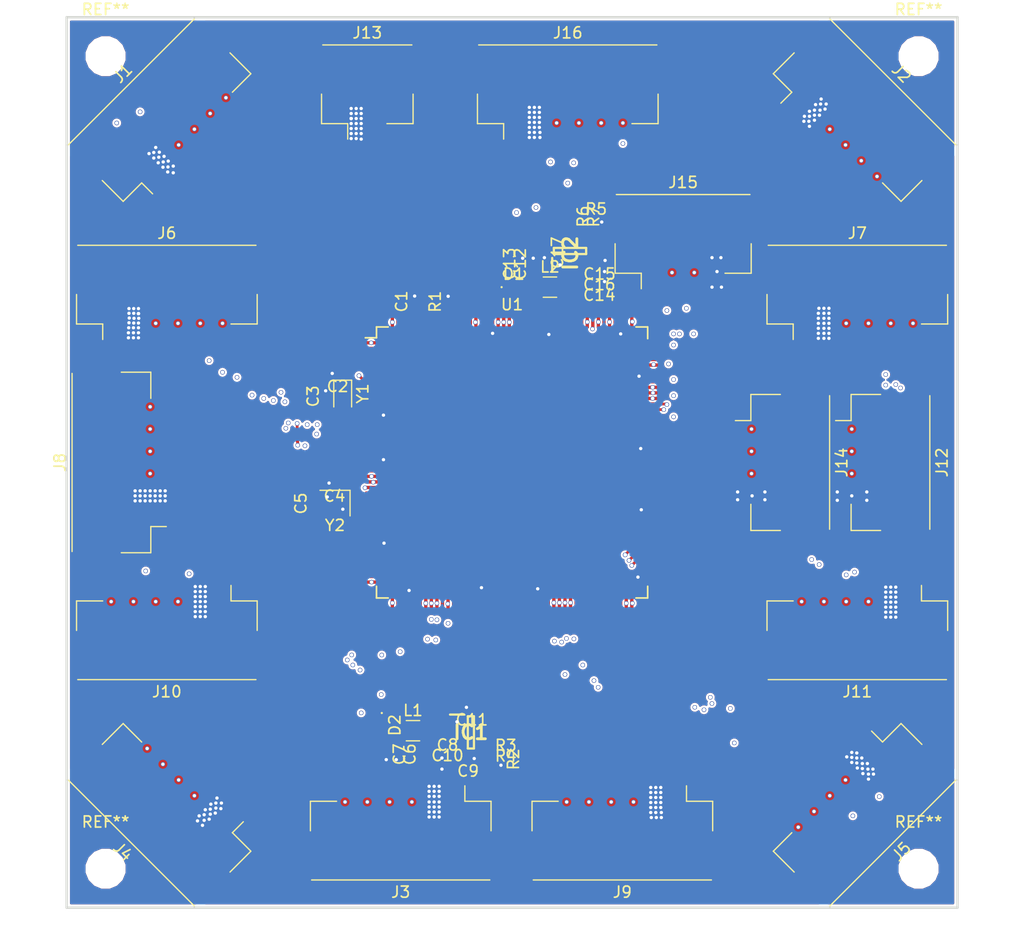
<source format=kicad_pcb>
(kicad_pcb (version 20171130) (host pcbnew 5.0.0-fee4fd1~66~ubuntu16.04.1)
  (layers (0 F.Cu signal) (1 In1.Cu signal) (2 In2.Cu signal) (31 B.Cu signal) (34 B.Paste user) (35 F.Paste user) (36 B.SilkS user) (37 F.SilkS user) (38 B.Mask user) (39 F.Mask user) (44 Edge.Cuts user))
  (net 0 "")
  (net 1 "Net-(R1-Pad1)")
  (net 2 GND)
  (net 3 +3V3)
  (net 4 OSCIN_32)
  (net 5 OSCOUT_32)
  (net 6 OSCIN)
  (net 7 OSCOUT)
  (net 8 +BATT)
  (net 9 SWCLK)
  (net 10 SWDIO)
  (net 11 SCK5)
  (net 12 MISO5)
  (net 13 MOSI5)
  (net 14 SCK1)
  (net 15 MISO1)
  (net 16 MOSI1)
  (net 17 SCK4)
  (net 18 MISO4)
  (net 19 MOSI4)
  (net 20 SCK2)
  (net 21 MISO2)
  (net 22 MOSI2)
  (net 23 TX)
  (net 24 RX)
  (net 25 USBDM)
  (net 26 USBDP)
  (net 27 SCK3)
  (net 28 MISO3)
  (net 29 MOSI3)
  (net 30 MISO6)
  (net 31 SCK6)
  (net 32 MOSI6)
  (net 33 "Net-(C11-Pad1)")
  (net 34 "Net-(IC1-Pad2)")
  (net 35 "Net-(IC1-Pad4)")
  (net 36 "Net-(IC1-Pad5)")
  (net 37 "Net-(C6-Pad1)")
  (net 38 "Net-(C12-Pad1)")
  (net 39 +5V)
  (net 40 "Net-(C17-Pad1)")
  (net 41 "Net-(IC2-Pad2)")
  (net 42 "Net-(IC2-Pad4)")
  (net 43 "Net-(IC2-Pad5)")
  (net 44 CS1_1)
  (net 45 CS1_2)
  (net 46 CS2)
  (net 47 CS1_3)
  (net 48 CS1_4)
  (net 49 CS5_1)
  (net 50 CS5_2)
  (net 51 CS3)
  (net 52 CS4)
  (net 53 CS5_3)
  (net 54 CS5_4)
  (net 55 CS6)
  (module MountingHole:MountingHole_3.2mm_M3 (layer F.Cu) (at 76.5 3.5)
    (fp_text reference REF** (at 0 -4.2) (layer F.SilkS))
    (fp_text value MountingHole_3.2mm_M3)
    (pad 1 np_thru_hole circle (at 0 0) (size 3.2 3.2) (drill 3.2) (layers *.Cu *.Mask))
  )
  (module Crystal:Crystal_SMD_2012-2Pin_2.0x1.2mm (layer F.Cu) (at 24.79 33.81 270)
    (fp_text reference Y1 (at 0 -1.8 270) (layer F.SilkS))
    (fp_text value 32.768khz)
    (pad 1 smd rect (at -0.7 0 270) (size 0.6 1.1) (layers F.Cu F.Paste F.Mask) (net 4 OSCIN_32))
    (pad 2 smd rect (at 0.7 0 270) (size 0.6 1.1) (layers F.Cu F.Paste F.Mask) (net 5 OSCOUT_32))
  )
  (module Package_QFP:LQFP-176_24x24mm_P0.5mm (layer F.Cu) (at 40 40)
    (fp_text reference U1 (at 0 -14.18) (layer F.SilkS))
    (fp_text value STM32H753IITx)
    (pad 1 smd rect (at -12.62 -10.75) (size 1.12 0.3) (layers F.Cu F.Paste F.Mask) (net 49 CS5_1))
    (pad 2 smd rect (at -12.62 -10.25) (size 1.12 0.3) (layers F.Cu F.Paste F.Mask))
    (pad 3 smd rect (at -12.62 -9.75) (size 1.12 0.3) (layers F.Cu F.Paste F.Mask))
    (pad 4 smd rect (at -12.62 -9.25) (size 1.12 0.3) (layers F.Cu F.Paste F.Mask))
    (pad 5 smd rect (at -12.62 -8.75) (size 1.12 0.3) (layers F.Cu F.Paste F.Mask))
    (pad 6 smd rect (at -12.62 -8.25) (size 1.12 0.3) (layers F.Cu F.Paste F.Mask))
    (pad 7 smd rect (at -12.62 -7.75) (size 1.12 0.3) (layers F.Cu F.Paste F.Mask))
    (pad 8 smd rect (at -12.62 -7.25) (size 1.12 0.3) (layers F.Cu F.Paste F.Mask) (net 51 CS3))
    (pad 9 smd rect (at -12.62 -6.75) (size 1.12 0.3) (layers F.Cu F.Paste F.Mask) (net 4 OSCIN_32))
    (pad 10 smd rect (at -12.62 -6.25) (size 1.12 0.3) (layers F.Cu F.Paste F.Mask) (net 5 OSCOUT_32))
    (pad 11 smd rect (at -12.62 -5.75) (size 1.12 0.3) (layers F.Cu F.Paste F.Mask))
    (pad 12 smd rect (at -12.62 -5.25) (size 1.12 0.3) (layers F.Cu F.Paste F.Mask))
    (pad 13 smd rect (at -12.62 -4.75) (size 1.12 0.3) (layers F.Cu F.Paste F.Mask))
    (pad 14 smd rect (at -12.62 -4.25) (size 1.12 0.3) (layers F.Cu F.Paste F.Mask) (net 2 GND))
    (pad 15 smd rect (at -12.62 -3.75) (size 1.12 0.3) (layers F.Cu F.Paste F.Mask) (net 3 +3V3))
    (pad 16 smd rect (at -12.62 -3.25) (size 1.12 0.3) (layers F.Cu F.Paste F.Mask))
    (pad 17 smd rect (at -12.62 -2.75) (size 1.12 0.3) (layers F.Cu F.Paste F.Mask))
    (pad 18 smd rect (at -12.62 -2.25) (size 1.12 0.3) (layers F.Cu F.Paste F.Mask))
    (pad 19 smd rect (at -12.62 -1.75) (size 1.12 0.3) (layers F.Cu F.Paste F.Mask))
    (pad 20 smd rect (at -12.62 -1.25) (size 1.12 0.3) (layers F.Cu F.Paste F.Mask))
    (pad 21 smd rect (at -12.62 -0.75) (size 1.12 0.3) (layers F.Cu F.Paste F.Mask))
    (pad 22 smd rect (at -12.62 -0.25) (size 1.12 0.3) (layers F.Cu F.Paste F.Mask) (net 2 GND))
    (pad 23 smd rect (at -12.62 0.25) (size 1.12 0.3) (layers F.Cu F.Paste F.Mask) (net 3 +3V3))
    (pad 24 smd rect (at -12.62 0.75) (size 1.12 0.3) (layers F.Cu F.Paste F.Mask))
    (pad 25 smd rect (at -12.62 1.25) (size 1.12 0.3) (layers F.Cu F.Paste F.Mask) (net 11 SCK5))
    (pad 26 smd rect (at -12.62 1.75) (size 1.12 0.3) (layers F.Cu F.Paste F.Mask) (net 12 MISO5))
    (pad 27 smd rect (at -12.62 2.25) (size 1.12 0.3) (layers F.Cu F.Paste F.Mask) (net 13 MOSI5))
    (pad 28 smd rect (at -12.62 2.75) (size 1.12 0.3) (layers F.Cu F.Paste F.Mask))
    (pad 29 smd rect (at -12.62 3.25) (size 1.12 0.3) (layers F.Cu F.Paste F.Mask) (net 6 OSCIN))
    (pad 30 smd rect (at -12.62 3.75) (size 1.12 0.3) (layers F.Cu F.Paste F.Mask) (net 7 OSCOUT))
    (pad 31 smd rect (at -12.62 4.25) (size 1.12 0.3) (layers F.Cu F.Paste F.Mask))
    (pad 32 smd rect (at -12.62 4.75) (size 1.12 0.3) (layers F.Cu F.Paste F.Mask))
    (pad 33 smd rect (at -12.62 5.25) (size 1.12 0.3) (layers F.Cu F.Paste F.Mask))
    (pad 34 smd rect (at -12.62 5.75) (size 1.12 0.3) (layers F.Cu F.Paste F.Mask))
    (pad 35 smd rect (at -12.62 6.25) (size 1.12 0.3) (layers F.Cu F.Paste F.Mask))
    (pad 36 smd rect (at -12.62 6.75) (size 1.12 0.3) (layers F.Cu F.Paste F.Mask) (net 3 +3V3))
    (pad 37 smd rect (at -12.62 7.25) (size 1.12 0.3) (layers F.Cu F.Paste F.Mask) (net 2 GND))
    (pad 38 smd rect (at -12.62 7.75) (size 1.12 0.3) (layers F.Cu F.Paste F.Mask))
    (pad 39 smd rect (at -12.62 8.25) (size 1.12 0.3) (layers F.Cu F.Paste F.Mask) (net 3 +3V3))
    (pad 40 smd rect (at -12.62 8.75) (size 1.12 0.3) (layers F.Cu F.Paste F.Mask))
    (pad 41 smd rect (at -12.62 9.25) (size 1.12 0.3) (layers F.Cu F.Paste F.Mask))
    (pad 42 smd rect (at -12.62 9.75) (size 1.12 0.3) (layers F.Cu F.Paste F.Mask))
    (pad 43 smd rect (at -12.62 10.25) (size 1.12 0.3) (layers F.Cu F.Paste F.Mask))
    (pad 44 smd rect (at -12.62 10.75) (size 1.12 0.3) (layers F.Cu F.Paste F.Mask) (net 53 CS5_3))
    (pad 45 smd rect (at -10.75 12.62 90) (size 1.12 0.3) (layers F.Cu F.Paste F.Mask) (net 47 CS1_3))
    (pad 46 smd rect (at -10.25 12.62 90) (size 1.12 0.3) (layers F.Cu F.Paste F.Mask))
    (pad 47 smd rect (at -9.75 12.62 90) (size 1.12 0.3) (layers F.Cu F.Paste F.Mask))
    (pad 48 smd rect (at -9.25 12.62 90) (size 1.12 0.3) (layers F.Cu F.Paste F.Mask) (net 2 GND))
    (pad 49 smd rect (at -8.75 12.62 90) (size 1.12 0.3) (layers F.Cu F.Paste F.Mask) (net 3 +3V3))
    (pad 50 smd rect (at -8.25 12.62 90) (size 1.12 0.3) (layers F.Cu F.Paste F.Mask))
    (pad 51 smd rect (at -7.75 12.62 90) (size 1.12 0.3) (layers F.Cu F.Paste F.Mask) (net 14 SCK1))
    (pad 52 smd rect (at -7.25 12.62 90) (size 1.12 0.3) (layers F.Cu F.Paste F.Mask) (net 15 MISO1))
    (pad 53 smd rect (at -6.75 12.62 90) (size 1.12 0.3) (layers F.Cu F.Paste F.Mask) (net 16 MOSI1))
    (pad 54 smd rect (at -6.25 12.62 90) (size 1.12 0.3) (layers F.Cu F.Paste F.Mask))
    (pad 55 smd rect (at -5.75 12.62 90) (size 1.12 0.3) (layers F.Cu F.Paste F.Mask) (net 46 CS2))
    (pad 56 smd rect (at -5.25 12.62 90) (size 1.12 0.3) (layers F.Cu F.Paste F.Mask))
    (pad 57 smd rect (at -4.75 12.62 90) (size 1.12 0.3) (layers F.Cu F.Paste F.Mask))
    (pad 58 smd rect (at -4.25 12.62 90) (size 1.12 0.3) (layers F.Cu F.Paste F.Mask))
    (pad 59 smd rect (at -3.75 12.62 90) (size 1.12 0.3) (layers F.Cu F.Paste F.Mask))
    (pad 60 smd rect (at -3.25 12.62 90) (size 1.12 0.3) (layers F.Cu F.Paste F.Mask))
    (pad 61 smd rect (at -2.75 12.62 90) (size 1.12 0.3) (layers F.Cu F.Paste F.Mask) (net 2 GND))
    (pad 62 smd rect (at -2.25 12.62 90) (size 1.12 0.3) (layers F.Cu F.Paste F.Mask) (net 3 +3V3))
    (pad 63 smd rect (at -1.75 12.62 90) (size 1.12 0.3) (layers F.Cu F.Paste F.Mask))
    (pad 64 smd rect (at -1.25 12.62 90) (size 1.12 0.3) (layers F.Cu F.Paste F.Mask))
    (pad 65 smd rect (at -0.75 12.62 90) (size 1.12 0.3) (layers F.Cu F.Paste F.Mask))
    (pad 66 smd rect (at -0.25 12.62 90) (size 1.12 0.3) (layers F.Cu F.Paste F.Mask))
    (pad 67 smd rect (at 0.25 12.62 90) (size 1.12 0.3) (layers F.Cu F.Paste F.Mask))
    (pad 68 smd rect (at 0.75 12.62 90) (size 1.12 0.3) (layers F.Cu F.Paste F.Mask))
    (pad 69 smd rect (at 1.25 12.62 90) (size 1.12 0.3) (layers F.Cu F.Paste F.Mask))
    (pad 70 smd rect (at 1.75 12.62 90) (size 1.12 0.3) (layers F.Cu F.Paste F.Mask))
    (pad 71 smd rect (at 2.25 12.62 90) (size 1.12 0.3) (layers F.Cu F.Paste F.Mask) (net 2 GND))
    (pad 72 smd rect (at 2.75 12.62 90) (size 1.12 0.3) (layers F.Cu F.Paste F.Mask) (net 3 +3V3))
    (pad 73 smd rect (at 3.25 12.62 90) (size 1.12 0.3) (layers F.Cu F.Paste F.Mask))
    (pad 74 smd rect (at 3.75 12.62 90) (size 1.12 0.3) (layers F.Cu F.Paste F.Mask) (net 52 CS4))
    (pad 75 smd rect (at 4.25 12.62 90) (size 1.12 0.3) (layers F.Cu F.Paste F.Mask) (net 17 SCK4))
    (pad 76 smd rect (at 4.75 12.62 90) (size 1.12 0.3) (layers F.Cu F.Paste F.Mask) (net 18 MISO4))
    (pad 77 smd rect (at 5.25 12.62 90) (size 1.12 0.3) (layers F.Cu F.Paste F.Mask) (net 19 MOSI4))
    (pad 78 smd rect (at 5.75 12.62 90) (size 1.12 0.3) (layers F.Cu F.Paste F.Mask))
    (pad 79 smd rect (at 6.25 12.62 90) (size 1.12 0.3) (layers F.Cu F.Paste F.Mask))
    (pad 80 smd rect (at 6.75 12.62 90) (size 1.12 0.3) (layers F.Cu F.Paste F.Mask))
    (pad 81 smd rect (at 7.25 12.62 90) (size 1.12 0.3) (layers F.Cu F.Paste F.Mask))
    (pad 82 smd rect (at 7.75 12.62 90) (size 1.12 0.3) (layers F.Cu F.Paste F.Mask) (net 3 +3V3))
    (pad 83 smd rect (at 8.25 12.62 90) (size 1.12 0.3) (layers F.Cu F.Paste F.Mask))
    (pad 84 smd rect (at 8.75 12.62 90) (size 1.12 0.3) (layers F.Cu F.Paste F.Mask))
    (pad 85 smd rect (at 9.25 12.62 90) (size 1.12 0.3) (layers F.Cu F.Paste F.Mask))
    (pad 86 smd rect (at 9.75 12.62 90) (size 1.12 0.3) (layers F.Cu F.Paste F.Mask))
    (pad 87 smd rect (at 10.25 12.62 90) (size 1.12 0.3) (layers F.Cu F.Paste F.Mask) (net 48 CS1_4))
    (pad 88 smd rect (at 10.75 12.62 90) (size 1.12 0.3) (layers F.Cu F.Paste F.Mask) (net 54 CS5_4))
    (pad 89 smd rect (at 12.62 10.75) (size 1.12 0.3) (layers F.Cu F.Paste F.Mask))
    (pad 90 smd rect (at 12.62 10.25) (size 1.12 0.3) (layers F.Cu F.Paste F.Mask) (net 2 GND))
    (pad 91 smd rect (at 12.62 9.75) (size 1.12 0.3) (layers F.Cu F.Paste F.Mask) (net 3 +3V3))
    (pad 92 smd rect (at 12.62 9.25) (size 1.12 0.3) (layers F.Cu F.Paste F.Mask))
    (pad 93 smd rect (at 12.62 8.75) (size 1.12 0.3) (layers F.Cu F.Paste F.Mask) (net 20 SCK2))
    (pad 94 smd rect (at 12.62 8.25) (size 1.12 0.3) (layers F.Cu F.Paste F.Mask) (net 21 MISO2))
    (pad 95 smd rect (at 12.62 7.75) (size 1.12 0.3) (layers F.Cu F.Paste F.Mask) (net 22 MOSI2))
    (pad 96 smd rect (at 12.62 7.25) (size 1.12 0.3) (layers F.Cu F.Paste F.Mask))
    (pad 97 smd rect (at 12.62 6.75) (size 1.12 0.3) (layers F.Cu F.Paste F.Mask))
    (pad 98 smd rect (at 12.62 6.25) (size 1.12 0.3) (layers F.Cu F.Paste F.Mask))
    (pad 99 smd rect (at 12.62 5.75) (size 1.12 0.3) (layers F.Cu F.Paste F.Mask))
    (pad 100 smd rect (at 12.62 5.25) (size 1.12 0.3) (layers F.Cu F.Paste F.Mask))
    (pad 101 smd rect (at 12.62 4.75) (size 1.12 0.3) (layers F.Cu F.Paste F.Mask))
    (pad 102 smd rect (at 12.62 4.25) (size 1.12 0.3) (layers F.Cu F.Paste F.Mask) (net 2 GND))
    (pad 103 smd rect (at 12.62 3.75) (size 1.12 0.3) (layers F.Cu F.Paste F.Mask) (net 3 +3V3))
    (pad 104 smd rect (at 12.62 3.25) (size 1.12 0.3) (layers F.Cu F.Paste F.Mask))
    (pad 105 smd rect (at 12.62 2.75) (size 1.12 0.3) (layers F.Cu F.Paste F.Mask))
    (pad 106 smd rect (at 12.62 2.25) (size 1.12 0.3) (layers F.Cu F.Paste F.Mask))
    (pad 107 smd rect (at 12.62 1.75) (size 1.12 0.3) (layers F.Cu F.Paste F.Mask))
    (pad 108 smd rect (at 12.62 1.25) (size 1.12 0.3) (layers F.Cu F.Paste F.Mask))
    (pad 109 smd rect (at 12.62 0.75) (size 1.12 0.3) (layers F.Cu F.Paste F.Mask))
    (pad 110 smd rect (at 12.62 0.25) (size 1.12 0.3) (layers F.Cu F.Paste F.Mask))
    (pad 111 smd rect (at 12.62 -0.25) (size 1.12 0.3) (layers F.Cu F.Paste F.Mask))
    (pad 112 smd rect (at 12.62 -0.75) (size 1.12 0.3) (layers F.Cu F.Paste F.Mask))
    (pad 113 smd rect (at 12.62 -1.25) (size 1.12 0.3) (layers F.Cu F.Paste F.Mask) (net 2 GND))
    (pad 114 smd rect (at 12.62 -1.75) (size 1.12 0.3) (layers F.Cu F.Paste F.Mask) (net 3 +3V3))
    (pad 115 smd rect (at 12.62 -2.25) (size 1.12 0.3) (layers F.Cu F.Paste F.Mask))
    (pad 116 smd rect (at 12.62 -2.75) (size 1.12 0.3) (layers F.Cu F.Paste F.Mask))
    (pad 117 smd rect (at 12.62 -3.25) (size 1.12 0.3) (layers F.Cu F.Paste F.Mask))
    (pad 118 smd rect (at 12.62 -3.75) (size 1.12 0.3) (layers F.Cu F.Paste F.Mask))
    (pad 119 smd rect (at 12.62 -4.25) (size 1.12 0.3) (layers F.Cu F.Paste F.Mask))
    (pad 120 smd rect (at 12.62 -4.75) (size 1.12 0.3) (layers F.Cu F.Paste F.Mask) (net 23 TX))
    (pad 121 smd rect (at 12.62 -5.25) (size 1.12 0.3) (layers F.Cu F.Paste F.Mask) (net 24 RX))
    (pad 122 smd rect (at 12.62 -5.75) (size 1.12 0.3) (layers F.Cu F.Paste F.Mask) (net 25 USBDM))
    (pad 123 smd rect (at 12.62 -6.25) (size 1.12 0.3) (layers F.Cu F.Paste F.Mask) (net 26 USBDP))
    (pad 124 smd rect (at 12.62 -6.75) (size 1.12 0.3) (layers F.Cu F.Paste F.Mask) (net 10 SWDIO))
    (pad 125 smd rect (at 12.62 -7.25) (size 1.12 0.3) (layers F.Cu F.Paste F.Mask))
    (pad 126 smd rect (at 12.62 -7.75) (size 1.12 0.3) (layers F.Cu F.Paste F.Mask) (net 2 GND))
    (pad 127 smd rect (at 12.62 -8.25) (size 1.12 0.3) (layers F.Cu F.Paste F.Mask) (net 3 +3V3))
    (pad 128 smd rect (at 12.62 -8.75) (size 1.12 0.3) (layers F.Cu F.Paste F.Mask) (net 50 CS5_2))
    (pad 129 smd rect (at 12.62 -9.25) (size 1.12 0.3) (layers F.Cu F.Paste F.Mask))
    (pad 130 smd rect (at 12.62 -9.75) (size 1.12 0.3) (layers F.Cu F.Paste F.Mask))
    (pad 131 smd rect (at 12.62 -10.25) (size 1.12 0.3) (layers F.Cu F.Paste F.Mask))
    (pad 132 smd rect (at 12.62 -10.75) (size 1.12 0.3) (layers F.Cu F.Paste F.Mask))
    (pad 133 smd rect (at 10.75 -12.62 90) (size 1.12 0.3) (layers F.Cu F.Paste F.Mask) (net 45 CS1_2))
    (pad 134 smd rect (at 10.25 -12.62 90) (size 1.12 0.3) (layers F.Cu F.Paste F.Mask))
    (pad 135 smd rect (at 9.75 -12.62 90) (size 1.12 0.3) (layers F.Cu F.Paste F.Mask) (net 2 GND))
    (pad 136 smd rect (at 9.25 -12.62 90) (size 1.12 0.3) (layers F.Cu F.Paste F.Mask) (net 3 +3V3))
    (pad 137 smd rect (at 8.75 -12.62 90) (size 1.12 0.3) (layers F.Cu F.Paste F.Mask) (net 9 SWCLK))
    (pad 138 smd rect (at 8.25 -12.62 90) (size 1.12 0.3) (layers F.Cu F.Paste F.Mask))
    (pad 139 smd rect (at 7.75 -12.62 90) (size 1.12 0.3) (layers F.Cu F.Paste F.Mask) (net 27 SCK3))
    (pad 140 smd rect (at 7.25 -12.62 90) (size 1.12 0.3) (layers F.Cu F.Paste F.Mask) (net 28 MISO3))
    (pad 141 smd rect (at 6.75 -12.62 90) (size 1.12 0.3) (layers F.Cu F.Paste F.Mask) (net 29 MOSI3))
    (pad 142 smd rect (at 6.25 -12.62 90) (size 1.12 0.3) (layers F.Cu F.Paste F.Mask))
    (pad 143 smd rect (at 5.75 -12.62 90) (size 1.12 0.3) (layers F.Cu F.Paste F.Mask))
    (pad 144 smd rect (at 5.25 -12.62 90) (size 1.12 0.3) (layers F.Cu F.Paste F.Mask))
    (pad 145 smd rect (at 4.75 -12.62 90) (size 1.12 0.3) (layers F.Cu F.Paste F.Mask))
    (pad 146 smd rect (at 4.25 -12.62 90) (size 1.12 0.3) (layers F.Cu F.Paste F.Mask))
    (pad 147 smd rect (at 3.75 -12.62 90) (size 1.12 0.3) (layers F.Cu F.Paste F.Mask))
    (pad 148 smd rect (at 3.25 -12.62 90) (size 1.12 0.3) (layers F.Cu F.Paste F.Mask) (net 2 GND))
    (pad 149 smd rect (at 2.75 -12.62 90) (size 1.12 0.3) (layers F.Cu F.Paste F.Mask) (net 3 +3V3))
    (pad 150 smd rect (at 2.25 -12.62 90) (size 1.12 0.3) (layers F.Cu F.Paste F.Mask))
    (pad 151 smd rect (at 1.75 -12.62 90) (size 1.12 0.3) (layers F.Cu F.Paste F.Mask))
    (pad 152 smd rect (at 1.25 -12.62 90) (size 1.12 0.3) (layers F.Cu F.Paste F.Mask))
    (pad 153 smd rect (at 0.75 -12.62 90) (size 1.12 0.3) (layers F.Cu F.Paste F.Mask))
    (pad 154 smd rect (at 0.25 -12.62 90) (size 1.12 0.3) (layers F.Cu F.Paste F.Mask))
    (pad 155 smd rect (at -0.25 -12.62 90) (size 1.12 0.3) (layers F.Cu F.Paste F.Mask) (net 30 MISO6))
    (pad 156 smd rect (at -0.75 -12.62 90) (size 1.12 0.3) (layers F.Cu F.Paste F.Mask) (net 31 SCK6))
    (pad 157 smd rect (at -1.25 -12.62 90) (size 1.12 0.3) (layers F.Cu F.Paste F.Mask) (net 32 MOSI6))
    (pad 158 smd rect (at -1.75 -12.62 90) (size 1.12 0.3) (layers F.Cu F.Paste F.Mask) (net 2 GND))
    (pad 159 smd rect (at -2.25 -12.62 90) (size 1.12 0.3) (layers F.Cu F.Paste F.Mask) (net 3 +3V3))
    (pad 160 smd rect (at -2.75 -12.62 90) (size 1.12 0.3) (layers F.Cu F.Paste F.Mask))
    (pad 161 smd rect (at -3.25 -12.62 90) (size 1.12 0.3) (layers F.Cu F.Paste F.Mask) (net 55 CS6))
    (pad 162 smd rect (at -3.75 -12.62 90) (size 1.12 0.3) (layers F.Cu F.Paste F.Mask))
    (pad 163 smd rect (at -4.25 -12.62 90) (size 1.12 0.3) (layers F.Cu F.Paste F.Mask))
    (pad 164 smd rect (at -4.75 -12.62 90) (size 1.12 0.3) (layers F.Cu F.Paste F.Mask))
    (pad 165 smd rect (at -5.25 -12.62 90) (size 1.12 0.3) (layers F.Cu F.Paste F.Mask))
    (pad 166 smd rect (at -5.75 -12.62 90) (size 1.12 0.3) (layers F.Cu F.Paste F.Mask) (net 1 "Net-(R1-Pad1)"))
    (pad 167 smd rect (at -6.25 -12.62 90) (size 1.12 0.3) (layers F.Cu F.Paste F.Mask))
    (pad 168 smd rect (at -6.75 -12.62 90) (size 1.12 0.3) (layers F.Cu F.Paste F.Mask))
    (pad 169 smd rect (at -7.25 -12.62 90) (size 1.12 0.3) (layers F.Cu F.Paste F.Mask))
    (pad 170 smd rect (at -7.75 -12.62 90) (size 1.12 0.3) (layers F.Cu F.Paste F.Mask))
    (pad 171 smd rect (at -8.25 -12.62 90) (size 1.12 0.3) (layers F.Cu F.Paste F.Mask))
    (pad 172 smd rect (at -8.75 -12.62 90) (size 1.12 0.3) (layers F.Cu F.Paste F.Mask) (net 3 +3V3))
    (pad 173 smd rect (at -9.25 -12.62 90) (size 1.12 0.3) (layers F.Cu F.Paste F.Mask))
    (pad 174 smd rect (at -9.75 -12.62 90) (size 1.12 0.3) (layers F.Cu F.Paste F.Mask))
    (pad 175 smd rect (at -10.25 -12.62 90) (size 1.12 0.3) (layers F.Cu F.Paste F.Mask))
    (pad 176 smd rect (at -10.75 -12.62 90) (size 1.12 0.3) (layers F.Cu F.Paste F.Mask) (net 44 CS1_1))
  )
  (module Connector_Molex:Molex_CLIK-Mate_502443-0670_1x06-1MP_P2.00mm_Vertical (layer F.Cu) (at 9 25)
    (fp_text reference J6 (at 0 -5.6) (layer F.SilkS))
    (fp_text value Conn_01x06_Male)
    (pad 1 smd rect (at -5 2.5) (size 1 2.9) (layers F.Cu F.Paste F.Mask) (net 8 +BATT))
    (pad 2 smd rect (at -3 2.5) (size 1 2.9) (layers F.Cu F.Paste F.Mask) (net 2 GND))
    (pad 3 smd rect (at -1 2.5) (size 1 2.9) (layers F.Cu F.Paste F.Mask) (net 11 SCK5))
    (pad 4 smd rect (at 1 2.5) (size 1 2.9) (layers F.Cu F.Paste F.Mask) (net 12 MISO5))
    (pad 5 smd rect (at 3 2.5) (size 1 2.9) (layers F.Cu F.Paste F.Mask) (net 13 MOSI5))
    (pad 6 smd rect (at 5 2.5) (size 1 2.9) (layers F.Cu F.Paste F.Mask) (net 49 CS5_1))
    (pad MP smd rect (at -7.35 -2.15) (size 1.8 3.6) (layers F.Cu F.Paste F.Mask))
    (pad MP smd rect (at 7.35 -2.15) (size 1.8 3.6) (layers F.Cu F.Paste F.Mask))
  )
  (module Resistor_SMD:R_0402_1005Metric (layer F.Cu) (at 34.26 25.555 90)
    (fp_text reference R1 (at 0 -1.17 90) (layer F.SilkS))
    (fp_text value 10K)
    (pad 1 smd roundrect (at -0.485 0 90) (size 0.59 0.64) (layers F.Cu F.Paste F.Mask) (net 1 "Net-(R1-Pad1)"))
    (pad 2 smd roundrect (at 0.485 0 90) (size 0.59 0.64) (layers F.Cu F.Paste F.Mask) (net 2 GND))
  )
  (module Capacitor_SMD:C_0402_1005Metric (layer F.Cu) (at 31.25 25.535 90)
    (fp_text reference C1 (at 0 -1.17 90) (layer F.SilkS))
    (fp_text value 1UF)
    (pad 1 smd roundrect (at -0.485 0 90) (size 0.59 0.64) (layers F.Cu F.Paste F.Mask) (net 3 +3V3))
    (pad 2 smd roundrect (at 0.485 0 90) (size 0.59 0.64) (layers F.Cu F.Paste F.Mask) (net 2 GND))
  )
  (module Capacitor_SMD:C_0402_1005Metric (layer F.Cu) (at 24.335 32 180)
    (fp_text reference C2 (at 0 -1.17 180) (layer F.SilkS))
    (fp_text value 10PF)
    (pad 1 smd roundrect (at -0.485 0 180) (size 0.59 0.64) (layers F.Cu F.Paste F.Mask) (net 4 OSCIN_32))
    (pad 2 smd roundrect (at 0.485 0 180) (size 0.59 0.64) (layers F.Cu F.Paste F.Mask) (net 2 GND))
  )
  (module Capacitor_SMD:C_0402_1005Metric (layer F.Cu) (at 23.3 34.055 90)
    (fp_text reference C3 (at 0 -1.17 90) (layer F.SilkS))
    (fp_text value 10PF)
    (pad 2 smd roundrect (at 0.485 0 90) (size 0.59 0.64) (layers F.Cu F.Paste F.Mask) (net 2 GND))
    (pad 1 smd roundrect (at -0.485 0 90) (size 0.59 0.64) (layers F.Cu F.Paste F.Mask) (net 5 OSCOUT_32))
  )
  (module Capacitor_SMD:C_0402_1005Metric (layer F.Cu) (at 24.05 41.85 180)
    (fp_text reference C4 (at 0 -1.17 180) (layer F.SilkS))
    (fp_text value 10PF)
    (pad 1 smd roundrect (at -0.485 0 180) (size 0.59 0.64) (layers F.Cu F.Paste F.Mask) (net 6 OSCIN))
    (pad 2 smd roundrect (at 0.485 0 180) (size 0.59 0.64) (layers F.Cu F.Paste F.Mask) (net 2 GND))
  )
  (module Capacitor_SMD:C_0402_1005Metric (layer F.Cu) (at 22.2 43.685 90)
    (fp_text reference C5 (at 0 -1.17 90) (layer F.SilkS))
    (fp_text value 10PF)
    (pad 2 smd roundrect (at 0.485 0 90) (size 0.59 0.64) (layers F.Cu F.Paste F.Mask) (net 2 GND))
    (pad 1 smd roundrect (at -0.485 0 90) (size 0.59 0.64) (layers F.Cu F.Paste F.Mask) (net 7 OSCOUT))
  )
  (module Connector_Molex:Molex_CLIK-Mate_502443-0670_1x06-1MP_P2.00mm_Vertical (layer F.Cu) (at 9 9 45)
    (fp_text reference J1 (at 0 -5.6 45) (layer F.SilkS))
    (fp_text value Conn_01x06_Male)
    (pad 1 smd rect (at -5 2.5 45) (size 1 2.9) (layers F.Cu F.Paste F.Mask) (net 8 +BATT))
    (pad 2 smd rect (at -3 2.5 45) (size 1 2.9) (layers F.Cu F.Paste F.Mask) (net 2 GND))
    (pad 3 smd rect (at -1 2.5 45) (size 1 2.9) (layers F.Cu F.Paste F.Mask) (net 14 SCK1))
    (pad 4 smd rect (at 1 2.5 45) (size 1 2.9) (layers F.Cu F.Paste F.Mask) (net 15 MISO1))
    (pad 5 smd rect (at 3 2.5 45) (size 1 2.9) (layers F.Cu F.Paste F.Mask) (net 16 MOSI1))
    (pad 6 smd rect (at 5 2.5 45) (size 1 2.9) (layers F.Cu F.Paste F.Mask) (net 44 CS1_1))
    (pad MP smd rect (at -7.35 -2.15 45) (size 1.8 3.6) (layers F.Cu F.Paste F.Mask))
    (pad MP smd rect (at 7.35 -2.15 45) (size 1.8 3.6) (layers F.Cu F.Paste F.Mask))
  )
  (module Connector_Molex:Molex_CLIK-Mate_502443-0670_1x06-1MP_P2.00mm_Vertical (layer F.Cu) (at 71 9 315)
    (fp_text reference J2 (at 0 -5.6 315) (layer F.SilkS))
    (fp_text value Conn_01x06_Male)
    (pad 1 smd rect (at -5 2.5 315) (size 1 2.9) (layers F.Cu F.Paste F.Mask) (net 8 +BATT))
    (pad 2 smd rect (at -3 2.5 315) (size 1 2.9) (layers F.Cu F.Paste F.Mask) (net 2 GND))
    (pad 3 smd rect (at -1 2.5 315) (size 1 2.9) (layers F.Cu F.Paste F.Mask) (net 14 SCK1))
    (pad 4 smd rect (at 1 2.5 315) (size 1 2.9) (layers F.Cu F.Paste F.Mask) (net 15 MISO1))
    (pad 5 smd rect (at 3 2.5 315) (size 1 2.9) (layers F.Cu F.Paste F.Mask) (net 16 MOSI1))
    (pad 6 smd rect (at 5 2.5 315) (size 1 2.9) (layers F.Cu F.Paste F.Mask) (net 45 CS1_2))
    (pad MP smd rect (at -7.35 -2.15 315) (size 1.8 3.6) (layers F.Cu F.Paste F.Mask))
    (pad MP smd rect (at 7.35 -2.15 315) (size 1.8 3.6) (layers F.Cu F.Paste F.Mask))
  )
  (module Connector_Molex:Molex_CLIK-Mate_502443-0670_1x06-1MP_P2.00mm_Vertical (layer F.Cu) (at 30 73 180)
    (fp_text reference J3 (at 0 -5.6 180) (layer F.SilkS))
    (fp_text value Conn_01x06_Male)
    (pad MP smd rect (at 7.35 -2.15 180) (size 1.8 3.6) (layers F.Cu F.Paste F.Mask))
    (pad MP smd rect (at -7.35 -2.15 180) (size 1.8 3.6) (layers F.Cu F.Paste F.Mask))
    (pad 6 smd rect (at 5 2.5 180) (size 1 2.9) (layers F.Cu F.Paste F.Mask) (net 46 CS2))
    (pad 5 smd rect (at 3 2.5 180) (size 1 2.9) (layers F.Cu F.Paste F.Mask) (net 22 MOSI2))
    (pad 4 smd rect (at 1 2.5 180) (size 1 2.9) (layers F.Cu F.Paste F.Mask) (net 21 MISO2))
    (pad 3 smd rect (at -1 2.5 180) (size 1 2.9) (layers F.Cu F.Paste F.Mask) (net 20 SCK2))
    (pad 2 smd rect (at -3 2.5 180) (size 1 2.9) (layers F.Cu F.Paste F.Mask) (net 2 GND))
    (pad 1 smd rect (at -5 2.5 180) (size 1 2.9) (layers F.Cu F.Paste F.Mask) (net 8 +BATT))
  )
  (module Connector_Molex:Molex_CLIK-Mate_502443-0670_1x06-1MP_P2.00mm_Vertical (layer F.Cu) (at 9 71 135)
    (fp_text reference J4 (at 0 -5.6 135) (layer F.SilkS))
    (fp_text value Conn_01x06_Male)
    (pad MP smd rect (at 7.35 -2.15 135) (size 1.8 3.6) (layers F.Cu F.Paste F.Mask))
    (pad MP smd rect (at -7.35 -2.15 135) (size 1.8 3.6) (layers F.Cu F.Paste F.Mask))
    (pad 6 smd rect (at 5 2.5 135) (size 1 2.9) (layers F.Cu F.Paste F.Mask) (net 47 CS1_3))
    (pad 5 smd rect (at 3 2.5 135) (size 1 2.9) (layers F.Cu F.Paste F.Mask) (net 16 MOSI1))
    (pad 4 smd rect (at 1 2.5 135) (size 1 2.9) (layers F.Cu F.Paste F.Mask) (net 15 MISO1))
    (pad 3 smd rect (at -1 2.5 135) (size 1 2.9) (layers F.Cu F.Paste F.Mask) (net 14 SCK1))
    (pad 2 smd rect (at -3 2.5 135) (size 1 2.9) (layers F.Cu F.Paste F.Mask) (net 2 GND))
    (pad 1 smd rect (at -5 2.5 135) (size 1 2.9) (layers F.Cu F.Paste F.Mask) (net 8 +BATT))
  )
  (module Connector_Molex:Molex_CLIK-Mate_502443-0670_1x06-1MP_P2.00mm_Vertical (layer F.Cu) (at 71 71 225)
    (fp_text reference J5 (at 0 -5.6 225) (layer F.SilkS))
    (fp_text value Conn_01x06_Male)
    (pad 1 smd rect (at -5 2.5 225) (size 1 2.9) (layers F.Cu F.Paste F.Mask) (net 8 +BATT))
    (pad 2 smd rect (at -3 2.5 225) (size 1 2.9) (layers F.Cu F.Paste F.Mask) (net 2 GND))
    (pad 3 smd rect (at -1 2.5 225) (size 1 2.9) (layers F.Cu F.Paste F.Mask) (net 14 SCK1))
    (pad 4 smd rect (at 1 2.5 225) (size 1 2.9) (layers F.Cu F.Paste F.Mask) (net 15 MISO1))
    (pad 5 smd rect (at 3 2.5 225) (size 1 2.9) (layers F.Cu F.Paste F.Mask) (net 16 MOSI1))
    (pad 6 smd rect (at 5 2.5 225) (size 1 2.9) (layers F.Cu F.Paste F.Mask) (net 48 CS1_4))
    (pad MP smd rect (at -7.35 -2.15 225) (size 1.8 3.6) (layers F.Cu F.Paste F.Mask))
    (pad MP smd rect (at 7.35 -2.15 225) (size 1.8 3.6) (layers F.Cu F.Paste F.Mask))
  )
  (module Connector_Molex:Molex_CLIK-Mate_502443-0670_1x06-1MP_P2.00mm_Vertical (layer F.Cu) (at 71 25)
    (fp_text reference J7 (at 0 -5.6) (layer F.SilkS))
    (fp_text value Conn_01x06_Male)
    (pad 1 smd rect (at -5 2.5) (size 1 2.9) (layers F.Cu F.Paste F.Mask) (net 8 +BATT))
    (pad 2 smd rect (at -3 2.5) (size 1 2.9) (layers F.Cu F.Paste F.Mask) (net 2 GND))
    (pad 3 smd rect (at -1 2.5) (size 1 2.9) (layers F.Cu F.Paste F.Mask) (net 11 SCK5))
    (pad 4 smd rect (at 1 2.5) (size 1 2.9) (layers F.Cu F.Paste F.Mask) (net 12 MISO5))
    (pad 5 smd rect (at 3 2.5) (size 1 2.9) (layers F.Cu F.Paste F.Mask) (net 13 MOSI5))
    (pad 6 smd rect (at 5 2.5) (size 1 2.9) (layers F.Cu F.Paste F.Mask) (net 50 CS5_2))
    (pad MP smd rect (at -7.35 -2.15) (size 1.8 3.6) (layers F.Cu F.Paste F.Mask))
    (pad MP smd rect (at 7.35 -2.15) (size 1.8 3.6) (layers F.Cu F.Paste F.Mask))
  )
  (module Connector_Molex:Molex_CLIK-Mate_502443-0670_1x06-1MP_P2.00mm_Vertical (layer F.Cu) (at 5 40 90)
    (fp_text reference J8 (at 0 -5.6 90) (layer F.SilkS))
    (fp_text value Conn_01x06_Male)
    (pad MP smd rect (at 7.35 -2.15 90) (size 1.8 3.6) (layers F.Cu F.Paste F.Mask))
    (pad MP smd rect (at -7.35 -2.15 90) (size 1.8 3.6) (layers F.Cu F.Paste F.Mask))
    (pad 6 smd rect (at 5 2.5 90) (size 1 2.9) (layers F.Cu F.Paste F.Mask) (net 51 CS3))
    (pad 5 smd rect (at 3 2.5 90) (size 1 2.9) (layers F.Cu F.Paste F.Mask) (net 29 MOSI3))
    (pad 4 smd rect (at 1 2.5 90) (size 1 2.9) (layers F.Cu F.Paste F.Mask) (net 28 MISO3))
    (pad 3 smd rect (at -1 2.5 90) (size 1 2.9) (layers F.Cu F.Paste F.Mask) (net 27 SCK3))
    (pad 2 smd rect (at -3 2.5 90) (size 1 2.9) (layers F.Cu F.Paste F.Mask) (net 2 GND))
    (pad 1 smd rect (at -5 2.5 90) (size 1 2.9) (layers F.Cu F.Paste F.Mask) (net 8 +BATT))
  )
  (module Connector_Molex:Molex_CLIK-Mate_502443-0670_1x06-1MP_P2.00mm_Vertical (layer F.Cu) (at 49.9 73 180)
    (fp_text reference J9 (at 0 -5.6 180) (layer F.SilkS))
    (fp_text value Conn_01x06_Male)
    (pad 1 smd rect (at -5 2.5 180) (size 1 2.9) (layers F.Cu F.Paste F.Mask) (net 8 +BATT))
    (pad 2 smd rect (at -3 2.5 180) (size 1 2.9) (layers F.Cu F.Paste F.Mask) (net 2 GND))
    (pad 3 smd rect (at -1 2.5 180) (size 1 2.9) (layers F.Cu F.Paste F.Mask) (net 17 SCK4))
    (pad 4 smd rect (at 1 2.5 180) (size 1 2.9) (layers F.Cu F.Paste F.Mask) (net 18 MISO4))
    (pad 5 smd rect (at 3 2.5 180) (size 1 2.9) (layers F.Cu F.Paste F.Mask) (net 19 MOSI4))
    (pad 6 smd rect (at 5 2.5 180) (size 1 2.9) (layers F.Cu F.Paste F.Mask) (net 52 CS4))
    (pad MP smd rect (at -7.35 -2.15 180) (size 1.8 3.6) (layers F.Cu F.Paste F.Mask))
    (pad MP smd rect (at 7.35 -2.15 180) (size 1.8 3.6) (layers F.Cu F.Paste F.Mask))
  )
  (module Connector_Molex:Molex_CLIK-Mate_502443-0670_1x06-1MP_P2.00mm_Vertical (layer F.Cu) (at 9 55 180)
    (fp_text reference J10 (at 0 -5.6 180) (layer F.SilkS))
    (fp_text value Conn_01x06_Male)
    (pad 1 smd rect (at -5 2.5 180) (size 1 2.9) (layers F.Cu F.Paste F.Mask) (net 8 +BATT))
    (pad 2 smd rect (at -3 2.5 180) (size 1 2.9) (layers F.Cu F.Paste F.Mask) (net 2 GND))
    (pad 3 smd rect (at -1 2.5 180) (size 1 2.9) (layers F.Cu F.Paste F.Mask) (net 11 SCK5))
    (pad 4 smd rect (at 1 2.5 180) (size 1 2.9) (layers F.Cu F.Paste F.Mask) (net 12 MISO5))
    (pad 5 smd rect (at 3 2.5 180) (size 1 2.9) (layers F.Cu F.Paste F.Mask) (net 13 MOSI5))
    (pad 6 smd rect (at 5 2.5 180) (size 1 2.9) (layers F.Cu F.Paste F.Mask) (net 53 CS5_3))
    (pad MP smd rect (at -7.35 -2.15 180) (size 1.8 3.6) (layers F.Cu F.Paste F.Mask))
    (pad MP smd rect (at 7.35 -2.15 180) (size 1.8 3.6) (layers F.Cu F.Paste F.Mask))
  )
  (module Connector_Molex:Molex_CLIK-Mate_502443-0670_1x06-1MP_P2.00mm_Vertical (layer F.Cu) (at 71 55 180)
    (fp_text reference J11 (at 0 -5.6 180) (layer F.SilkS))
    (fp_text value Conn_01x06_Male)
    (pad MP smd rect (at 7.35 -2.15 180) (size 1.8 3.6) (layers F.Cu F.Paste F.Mask))
    (pad MP smd rect (at -7.35 -2.15 180) (size 1.8 3.6) (layers F.Cu F.Paste F.Mask))
    (pad 6 smd rect (at 5 2.5 180) (size 1 2.9) (layers F.Cu F.Paste F.Mask) (net 54 CS5_4))
    (pad 5 smd rect (at 3 2.5 180) (size 1 2.9) (layers F.Cu F.Paste F.Mask) (net 13 MOSI5))
    (pad 4 smd rect (at 1 2.5 180) (size 1 2.9) (layers F.Cu F.Paste F.Mask) (net 12 MISO5))
    (pad 3 smd rect (at -1 2.5 180) (size 1 2.9) (layers F.Cu F.Paste F.Mask) (net 11 SCK5))
    (pad 2 smd rect (at -3 2.5 180) (size 1 2.9) (layers F.Cu F.Paste F.Mask) (net 2 GND))
    (pad 1 smd rect (at -5 2.5 180) (size 1 2.9) (layers F.Cu F.Paste F.Mask) (net 8 +BATT))
  )
  (module Connector_Molex:Molex_CLIK-Mate_502443-0470_1x04-1MP_P2.00mm_Vertical (layer F.Cu) (at 73 40 270)
    (fp_text reference J12 (at 0 -5.6 270) (layer F.SilkS))
    (fp_text value Conn_01x04_Male)
    (pad 1 smd rect (at -3 2.5 270) (size 1 2.9) (layers F.Cu F.Paste F.Mask) (net 9 SWCLK))
    (pad 2 smd rect (at -1 2.5 270) (size 1 2.9) (layers F.Cu F.Paste F.Mask) (net 10 SWDIO))
    (pad 3 smd rect (at 1 2.5 270) (size 1 2.9) (layers F.Cu F.Paste F.Mask) (net 3 +3V3))
    (pad 4 smd rect (at 3 2.5 270) (size 1 2.9) (layers F.Cu F.Paste F.Mask) (net 2 GND))
    (pad MP smd rect (at -5.35 -2.15 270) (size 1.8 3.6) (layers F.Cu F.Paste F.Mask))
    (pad MP smd rect (at 5.35 -2.15 270) (size 1.8 3.6) (layers F.Cu F.Paste F.Mask))
  )
  (module Connector_Molex:Molex_CLIK-Mate_502443-0270_1x02-1MP_P2.00mm_Vertical (layer F.Cu) (at 27 7)
    (fp_text reference J13 (at 0 -5.6) (layer F.SilkS))
    (fp_text value Conn_01x02_Male)
    (pad 1 smd rect (at -1 2.5) (size 1 2.9) (layers F.Cu F.Paste F.Mask) (net 2 GND))
    (pad 2 smd rect (at 1 2.5) (size 1 2.9) (layers F.Cu F.Paste F.Mask) (net 8 +BATT))
    (pad MP smd rect (at -3.35 -2.15) (size 1.8 3.6) (layers F.Cu F.Paste F.Mask))
    (pad MP smd rect (at 3.35 -2.15) (size 1.8 3.6) (layers F.Cu F.Paste F.Mask))
  )
  (module Crystal:Crystal_SMD_2016-4Pin_2.0x1.6mm (layer F.Cu) (at 24.1 43.65 180)
    (fp_text reference Y2 (at 0 -2 180) (layer F.SilkS))
    (fp_text value 32MHZ)
    (pad 1 smd rect (at -0.7 0.55 180) (size 0.9 0.8) (layers F.Cu F.Paste F.Mask) (net 6 OSCIN))
    (pad 2 smd rect (at 0.7 0.55 180) (size 0.9 0.8) (layers F.Cu F.Paste F.Mask) (net 2 GND))
    (pad 3 smd rect (at 0.7 -0.55 180) (size 0.9 0.8) (layers F.Cu F.Paste F.Mask) (net 7 OSCOUT))
    (pad 4 smd rect (at -0.7 -0.55 180) (size 0.9 0.8) (layers F.Cu F.Paste F.Mask) (net 2 GND))
  )
  (module Capacitor_SMD:C_0402_1005Metric (layer F.Cu) (at 29.65 66.215 270)
    (fp_text reference C6 (at 0 -1.17 270) (layer F.SilkS))
    (fp_text value 22UF)
    (pad 1 smd roundrect (at -0.485 0 270) (size 0.59 0.64) (layers F.Cu F.Paste F.Mask) (net 37 "Net-(C6-Pad1)"))
    (pad 2 smd roundrect (at 0.485 0 270) (size 0.59 0.64) (layers F.Cu F.Paste F.Mask) (net 2 GND))
  )
  (module Capacitor_SMD:C_0402_1005Metric (layer F.Cu) (at 28.7 66.215 270)
    (fp_text reference C7 (at 0 -1.17 270) (layer F.SilkS))
    (fp_text value 22UF)
    (pad 2 smd roundrect (at 0.485 0 270) (size 0.59 0.64) (layers F.Cu F.Paste F.Mask) (net 2 GND))
    (pad 1 smd roundrect (at -0.485 0 270) (size 0.59 0.64) (layers F.Cu F.Paste F.Mask) (net 37 "Net-(C6-Pad1)"))
  )
  (module Capacitor_SMD:C_0402_1005Metric (layer F.Cu) (at 34.2 66.55)
    (fp_text reference C8 (at 0 -1.17) (layer F.SilkS))
    (fp_text value 10UF)
    (pad 1 smd roundrect (at -0.485 0) (size 0.59 0.64) (layers F.Cu F.Paste F.Mask) (net 2 GND))
    (pad 2 smd roundrect (at 0.485 0) (size 0.59 0.64) (layers F.Cu F.Paste F.Mask) (net 8 +BATT))
  )
  (module Capacitor_SMD:C_0402_1005Metric (layer F.Cu) (at 36.05 66.55 180)
    (fp_text reference C9 (at 0 -1.17 180) (layer F.SilkS))
    (fp_text value 10UF)
    (pad 1 smd roundrect (at -0.485 0 180) (size 0.59 0.64) (layers F.Cu F.Paste F.Mask) (net 2 GND))
    (pad 2 smd roundrect (at 0.485 0 180) (size 0.59 0.64) (layers F.Cu F.Paste F.Mask) (net 8 +BATT))
  )
  (module Capacitor_SMD:C_0402_1005Metric (layer F.Cu) (at 34.2 67.5)
    (fp_text reference C10 (at 0 -1.17) (layer F.SilkS))
    (fp_text value 0.1UF)
    (pad 2 smd roundrect (at 0.485 0) (size 0.59 0.64) (layers F.Cu F.Paste F.Mask) (net 8 +BATT))
    (pad 1 smd roundrect (at -0.485 0) (size 0.59 0.64) (layers F.Cu F.Paste F.Mask) (net 2 GND))
  )
  (module Capacitor_SMD:C_0402_1005Metric (layer F.Cu) (at 36.385 61.95 180)
    (fp_text reference C11 (at 0 -1.17 180) (layer F.SilkS))
    (fp_text value 0.1UF)
    (pad 2 smd roundrect (at 0.485 0 180) (size 0.59 0.64) (layers F.Cu F.Paste F.Mask) (net 2 GND))
    (pad 1 smd roundrect (at -0.485 0 180) (size 0.59 0.64) (layers F.Cu F.Paste F.Mask) (net 33 "Net-(C11-Pad1)"))
  )
  (module TPS562201DDCR:SOT95P280X110-6N (layer F.Cu) (at 36.3 64.25)
    (fp_text reference IC1 (at 0 0) (layer F.SilkS) (effects (font (size 1.27 1.27) (thickness 0.254))))
    (fp_text value TPS562201DDCR hide)
    (pad 1 smd rect (at -1.25 -0.95 90) (size 0.6 1.25) (layers F.Cu F.Paste F.Mask) (net 2 GND))
    (pad 2 smd rect (at -1.25 0 90) (size 0.6 1.25) (layers F.Cu F.Paste F.Mask) (net 34 "Net-(IC1-Pad2)"))
    (pad 3 smd rect (at -1.25 0.95 90) (size 0.6 1.25) (layers F.Cu F.Paste F.Mask) (net 8 +BATT))
    (pad 4 smd rect (at 1.25 0.95 90) (size 0.6 1.25) (layers F.Cu F.Paste F.Mask) (net 35 "Net-(IC1-Pad4)"))
    (pad 5 smd rect (at 1.25 0 90) (size 0.6 1.25) (layers F.Cu F.Paste F.Mask) (net 36 "Net-(IC1-Pad5)"))
    (pad 6 smd rect (at 1.25 -0.95 90) (size 0.6 1.25) (layers F.Cu F.Paste F.Mask) (net 33 "Net-(C11-Pad1)"))
  )
  (module Inductor_SMD:L_1206_3216Metric (layer F.Cu) (at 31.1 64.1)
    (fp_text reference L1 (at 0 -1.82) (layer F.SilkS))
    (fp_text value 4.7UH)
    (pad 1 smd roundrect (at -1.4 0) (size 1.25 1.75) (layers F.Cu F.Paste F.Mask) (roundrect_rratio 0.2) (net 37 "Net-(C6-Pad1)"))
    (pad 2 smd roundrect (at 1.4 0) (size 1.25 1.75) (layers F.Cu F.Paste F.Mask) (roundrect_rratio 0.2) (net 34 "Net-(IC1-Pad2)"))
  )
  (module Resistor_SMD:R_0402_1005Metric (layer F.Cu) (at 38.95 66.665 270)
    (fp_text reference R2 (at 0 -1.17 270) (layer F.SilkS))
    (fp_text value 10K)
    (pad 1 smd roundrect (at -0.485 0 270) (size 0.59 0.64) (layers F.Cu F.Paste F.Mask) (net 35 "Net-(IC1-Pad4)"))
    (pad 2 smd roundrect (at 0.485 0 270) (size 0.59 0.64) (layers F.Cu F.Paste F.Mask) (net 2 GND))
  )
  (module Resistor_SMD:R_0402_1005Metric (layer F.Cu) (at 39.435 64.25 180)
    (fp_text reference R3 (at 0 -1.17 180) (layer F.SilkS))
    (fp_text value 10K)
    (pad 1 smd roundrect (at -0.485 0 180) (size 0.59 0.64) (layers F.Cu F.Paste F.Mask) (net 8 +BATT))
    (pad 2 smd roundrect (at 0.485 0 180) (size 0.59 0.64) (layers F.Cu F.Paste F.Mask) (net 36 "Net-(IC1-Pad5)"))
  )
  (module Resistor_SMD:R_0402_1005Metric (layer F.Cu) (at 39.435 65.2 180)
    (fp_text reference R4 (at 0 -1.17 180) (layer F.SilkS))
    (fp_text value 33.2K)
    (pad 2 smd roundrect (at 0.485 0 180) (size 0.59 0.64) (layers F.Cu F.Paste F.Mask) (net 35 "Net-(IC1-Pad4)"))
    (pad 1 smd roundrect (at -0.485 0 180) (size 0.59 0.64) (layers F.Cu F.Paste F.Mask) (net 8 +BATT))
  )
  (module Capacitor_SMD:C_0402_1005Metric (layer F.Cu) (at 41.9 22.165 90)
    (fp_text reference C12 (at 0 -1.17 90) (layer F.SilkS))
    (fp_text value 22UF)
    (pad 1 smd roundrect (at -0.485 0 90) (size 0.59 0.64) (layers F.Cu F.Paste F.Mask) (net 38 "Net-(C12-Pad1)"))
    (pad 2 smd roundrect (at 0.485 0 90) (size 0.59 0.64) (layers F.Cu F.Paste F.Mask) (net 2 GND))
  )
  (module Capacitor_SMD:C_0402_1005Metric (layer F.Cu) (at 40.95 22.15 90)
    (fp_text reference C13 (at 0 -1.17 90) (layer F.SilkS))
    (fp_text value 22UF)
    (pad 2 smd roundrect (at 0.485 0 90) (size 0.59 0.64) (layers F.Cu F.Paste F.Mask) (net 2 GND))
    (pad 1 smd roundrect (at -0.485 0 90) (size 0.59 0.64) (layers F.Cu F.Paste F.Mask) (net 38 "Net-(C12-Pad1)"))
  )
  (module Capacitor_SMD:C_0402_1005Metric (layer F.Cu) (at 47.835 23.8 180)
    (fp_text reference C14 (at 0 -1.17 180) (layer F.SilkS))
    (fp_text value 10UF)
    (pad 1 smd roundrect (at -0.485 0 180) (size 0.59 0.64) (layers F.Cu F.Paste F.Mask) (net 2 GND))
    (pad 2 smd roundrect (at 0.485 0 180) (size 0.59 0.64) (layers F.Cu F.Paste F.Mask) (net 39 +5V))
  )
  (module Capacitor_SMD:C_0402_1005Metric (layer F.Cu) (at 47.85 21.9 180)
    (fp_text reference C15 (at 0 -1.17 180) (layer F.SilkS))
    (fp_text value 10UF)
    (pad 2 smd roundrect (at 0.485 0 180) (size 0.59 0.64) (layers F.Cu F.Paste F.Mask) (net 39 +5V))
    (pad 1 smd roundrect (at -0.485 0 180) (size 0.59 0.64) (layers F.Cu F.Paste F.Mask) (net 2 GND))
  )
  (module Capacitor_SMD:C_0402_1005Metric (layer F.Cu) (at 47.835 22.85 180)
    (fp_text reference C16 (at 0 -1.17 180) (layer F.SilkS))
    (fp_text value 0.1UF)
    (pad 1 smd roundrect (at -0.485 0 180) (size 0.59 0.64) (layers F.Cu F.Paste F.Mask) (net 2 GND))
    (pad 2 smd roundrect (at 0.485 0 180) (size 0.59 0.64) (layers F.Cu F.Paste F.Mask) (net 39 +5V))
  )
  (module Capacitor_SMD:C_0402_1005Metric (layer F.Cu) (at 42.9 21.15 270)
    (fp_text reference C17 (at 0 -1.17 270) (layer F.SilkS))
    (fp_text value 0.1UF)
    (pad 2 smd roundrect (at 0.485 0 270) (size 0.59 0.64) (layers F.Cu F.Paste F.Mask) (net 2 GND))
    (pad 1 smd roundrect (at -0.485 0 270) (size 0.59 0.64) (layers F.Cu F.Paste F.Mask) (net 40 "Net-(C17-Pad1)"))
  )
  (module TPS562201DDCR:SOT95P280X110-6N (layer F.Cu) (at 45.2 21 90)
    (fp_text reference IC2 (at -0.2 0.039999 90) (layer F.SilkS) (effects (font (size 1.27 1.27) (thickness 0.254))))
    (fp_text value TPS562201DDCR hide)
    (pad 1 smd rect (at -1.25 -0.95 180) (size 0.6 1.25) (layers F.Cu F.Paste F.Mask) (net 2 GND))
    (pad 2 smd rect (at -1.25 0 180) (size 0.6 1.25) (layers F.Cu F.Paste F.Mask) (net 41 "Net-(IC2-Pad2)"))
    (pad 3 smd rect (at -1.25 0.95 180) (size 0.6 1.25) (layers F.Cu F.Paste F.Mask) (net 39 +5V))
    (pad 4 smd rect (at 1.25 0.95 180) (size 0.6 1.25) (layers F.Cu F.Paste F.Mask) (net 42 "Net-(IC2-Pad4)"))
    (pad 5 smd rect (at 1.25 0 180) (size 0.6 1.25) (layers F.Cu F.Paste F.Mask) (net 43 "Net-(IC2-Pad5)"))
    (pad 6 smd rect (at 1.25 -0.95 180) (size 0.6 1.25) (layers F.Cu F.Paste F.Mask) (net 40 "Net-(C17-Pad1)"))
  )
  (module Inductor_SMD:L_1206_3216Metric (layer F.Cu) (at 43.4 24.25)
    (fp_text reference L2 (at 0 -1.82) (layer F.SilkS))
    (fp_text value 4.7UH)
    (pad 1 smd roundrect (at -1.4 0) (size 1.25 1.75) (layers F.Cu F.Paste F.Mask) (roundrect_rratio 0.2) (net 38 "Net-(C12-Pad1)"))
    (pad 2 smd roundrect (at 1.4 0) (size 1.25 1.75) (layers F.Cu F.Paste F.Mask) (roundrect_rratio 0.2) (net 41 "Net-(IC2-Pad2)"))
  )
  (module Resistor_SMD:R_0402_1005Metric (layer F.Cu) (at 47.55 18.4)
    (fp_text reference R5 (at 0 -1.17) (layer F.SilkS))
    (fp_text value 10K)
    (pad 1 smd roundrect (at -0.485 0) (size 0.59 0.64) (layers F.Cu F.Paste F.Mask) (net 42 "Net-(IC2-Pad4)"))
    (pad 2 smd roundrect (at 0.485 0) (size 0.59 0.64) (layers F.Cu F.Paste F.Mask) (net 2 GND))
  )
  (module Resistor_SMD:R_0402_1005Metric (layer F.Cu) (at 45.215 17.9 270)
    (fp_text reference R6 (at 0 -1.17 270) (layer F.SilkS))
    (fp_text value 10K)
    (pad 1 smd roundrect (at -0.485 0 270) (size 0.59 0.64) (layers F.Cu F.Paste F.Mask) (net 39 +5V))
    (pad 2 smd roundrect (at 0.485 0 270) (size 0.59 0.64) (layers F.Cu F.Paste F.Mask) (net 43 "Net-(IC2-Pad5)"))
  )
  (module Resistor_SMD:R_0402_1005Metric (layer F.Cu) (at 46.15 17.9 270)
    (fp_text reference R7 (at 0 -1.17 270) (layer F.SilkS))
    (fp_text value 33.2K)
    (pad 2 smd roundrect (at 0.485 0 270) (size 0.59 0.64) (layers F.Cu F.Paste F.Mask) (net 42 "Net-(IC2-Pad4)"))
    (pad 1 smd roundrect (at -0.485 0 270) (size 0.59 0.64) (layers F.Cu F.Paste F.Mask) (net 39 +5V))
  )
  (module Diode_SMD:D_0402_1005Metric (layer F.Cu) (at 40.15 24.25)
    (fp_text reference D1 (at 0 -1.17) (layer F.SilkS))
    (fp_text value 641-1675-1-ND)
    (pad 2 smd roundrect (at 0.485 0) (size 0.59 0.64) (layers F.Cu F.Paste F.Mask) (net 38 "Net-(C12-Pad1)"))
    (pad 1 smd roundrect (at -0.485 0) (size 0.59 0.64) (layers F.Cu F.Paste F.Mask) (net 3 +3V3))
  )
  (module Diode_SMD:D_0402_1005Metric (layer F.Cu) (at 28.3 63.6 270)
    (fp_text reference D2 (at 0 -1.17 270) (layer F.SilkS))
    (fp_text value 641-1675-1-ND)
    (pad 1 smd roundrect (at -0.485 0 270) (size 0.59 0.64) (layers F.Cu F.Paste F.Mask) (net 3 +3V3))
    (pad 2 smd roundrect (at 0.485 0 270) (size 0.59 0.64) (layers F.Cu F.Paste F.Mask) (net 37 "Net-(C6-Pad1)"))
  )
  (module Connector_Molex:Molex_CLIK-Mate_502443-0470_1x04-1MP_P2.00mm_Vertical (layer F.Cu) (at 64 40 270)
    (fp_text reference J14 (at 0 -5.6 270) (layer F.SilkS))
    (fp_text value Conn_01x04_Male)
    (pad MP smd rect (at 5.35 -2.15 270) (size 1.8 3.6) (layers F.Cu F.Paste F.Mask))
    (pad MP smd rect (at -5.35 -2.15 270) (size 1.8 3.6) (layers F.Cu F.Paste F.Mask))
    (pad 4 smd rect (at 3 2.5 270) (size 1 2.9) (layers F.Cu F.Paste F.Mask) (net 2 GND))
    (pad 3 smd rect (at 1 2.5 270) (size 1 2.9) (layers F.Cu F.Paste F.Mask) (net 3 +3V3))
    (pad 2 smd rect (at -1 2.5 270) (size 1 2.9) (layers F.Cu F.Paste F.Mask) (net 24 RX))
    (pad 1 smd rect (at -3 2.5 270) (size 1 2.9) (layers F.Cu F.Paste F.Mask) (net 23 TX))
  )
  (module Connector_Molex:Molex_CLIK-Mate_502443-0470_1x04-1MP_P2.00mm_Vertical (layer F.Cu) (at 55.36 20.44)
    (fp_text reference J15 (at 0 -5.6) (layer F.SilkS))
    (fp_text value Conn_01x04_Male)
    (pad 1 smd rect (at -3 2.5) (size 1 2.9) (layers F.Cu F.Paste F.Mask) (net 39 +5V))
    (pad 2 smd rect (at -1 2.5) (size 1 2.9) (layers F.Cu F.Paste F.Mask) (net 25 USBDM))
    (pad 3 smd rect (at 1 2.5) (size 1 2.9) (layers F.Cu F.Paste F.Mask) (net 26 USBDP))
    (pad 4 smd rect (at 3 2.5) (size 1 2.9) (layers F.Cu F.Paste F.Mask) (net 2 GND))
    (pad MP smd rect (at -5.35 -2.15) (size 1.8 3.6) (layers F.Cu F.Paste F.Mask))
    (pad MP smd rect (at 5.35 -2.15) (size 1.8 3.6) (layers F.Cu F.Paste F.Mask))
  )
  (module Connector_Molex:Molex_CLIK-Mate_502443-0670_1x06-1MP_P2.00mm_Vertical (layer F.Cu) (at 45 7)
    (fp_text reference J16 (at 0 -5.6) (layer F.SilkS))
    (fp_text value Conn_01x06_Male)
    (pad 1 smd rect (at -5 2.5) (size 1 2.9) (layers F.Cu F.Paste F.Mask) (net 8 +BATT))
    (pad 2 smd rect (at -3 2.5) (size 1 2.9) (layers F.Cu F.Paste F.Mask) (net 2 GND))
    (pad 3 smd rect (at -1 2.5) (size 1 2.9) (layers F.Cu F.Paste F.Mask) (net 31 SCK6))
    (pad 4 smd rect (at 1 2.5) (size 1 2.9) (layers F.Cu F.Paste F.Mask) (net 30 MISO6))
    (pad 5 smd rect (at 3 2.5) (size 1 2.9) (layers F.Cu F.Paste F.Mask) (net 32 MOSI6))
    (pad 6 smd rect (at 5 2.5) (size 1 2.9) (layers F.Cu F.Paste F.Mask) (net 55 CS6))
    (pad MP smd rect (at -7.35 -2.15) (size 1.8 3.6) (layers F.Cu F.Paste F.Mask))
    (pad MP smd rect (at 7.35 -2.15) (size 1.8 3.6) (layers F.Cu F.Paste F.Mask))
  )
  (module MountingHole:MountingHole_3.2mm_M3 (layer F.Cu) (at 3.5 3.5)
    (fp_text reference REF** (at 0 -4.2) (layer F.SilkS))
    (fp_text value MountingHole_3.2mm_M3)
    (pad 1 np_thru_hole circle (at 0 0) (size 3.2 3.2) (drill 3.2) (layers *.Cu *.Mask))
  )
  (module MountingHole:MountingHole_3.2mm_M3 (layer F.Cu) (at 76.5 76.5)
    (fp_text reference REF** (at 0 -4.2) (layer F.SilkS))
    (fp_text value MountingHole_3.2mm_M3)
    (pad 1 np_thru_hole circle (at 0 0) (size 3.2 3.2) (drill 3.2) (layers *.Cu *.Mask))
  )
  (module MountingHole:MountingHole_3.2mm_M3 (layer F.Cu) (at 3.5 76.5)
    (fp_text reference REF** (at 0 -4.2) (layer F.SilkS))
    (fp_text value MountingHole_3.2mm_M3)
    (pad 1 np_thru_hole circle (at 0 0) (size 3.2 3.2) (drill 3.2) (layers *.Cu *.Mask))
  )
  (gr_line (start 80 80) (end 80 0) (layer Edge.Cuts) (width 0.2))
  (gr_line (start 0 80) (end 80 80) (layer Edge.Cuts) (width 0.2))
  (gr_line (start 0 0) (end 0 80) (layer Edge.Cuts) (width 0.2))
  (gr_line (start 0 0) (end 80 0) (layer Edge.Cuts) (width 0.2))
  (segment (start 34.26 27.37) (end 34.25 27.38) (width 0.25) (layer F.Cu) (net 1))
  (segment (start 34.26 26.04) (end 34.26 27.37) (width 0.25) (layer F.Cu) (net 1))
  (via (at 13.9 70.6) (size 0.4) (drill 0.3) (layers F.Cu B.Cu) (net 2))
  (via (at 13.5 70.15) (size 0.4) (drill 0.3) (layers F.Cu B.Cu) (net 2))
  (via (at 13.4 70.6) (size 0.4) (drill 0.3) (layers F.Cu B.Cu) (net 2))
  (via (at 13.4 71.05) (size 0.4) (drill 0.3) (layers F.Cu B.Cu) (net 2))
  (via (at 12.95 70.7) (size 0.4) (drill 0.3) (layers F.Cu B.Cu) (net 2))
  (via (at 12.9 71.15) (size 0.4) (drill 0.3) (layers F.Cu B.Cu) (net 2))
  (via (at 13.35 71.5) (size 0.4) (drill 0.3) (layers F.Cu B.Cu) (net 2))
  (via (at 12.9 71.6) (size 0.4) (drill 0.3) (layers F.Cu B.Cu) (net 2))
  (via (at 12.45 71.2) (size 0.4) (drill 0.3) (layers F.Cu B.Cu) (net 2))
  (via (at 12.35 71.65) (size 0.4) (drill 0.3) (layers F.Cu B.Cu) (net 2))
  (via (at 12.8 72.05) (size 0.4) (drill 0.3) (layers F.Cu B.Cu) (net 2))
  (via (at 12.35 72.15) (size 0.4) (drill 0.3) (layers F.Cu B.Cu) (net 2))
  (via (at 11.9 71.75) (size 0.4) (drill 0.3) (layers F.Cu B.Cu) (net 2))
  (via (at 11.75 72.2) (size 0.4) (drill 0.3) (layers F.Cu B.Cu) (net 2))
  (via (at 12.2 72.6) (size 0.4) (drill 0.3) (layers F.Cu B.Cu) (net 2))
  (via (at 66.2 9.35) (size 0.4) (drill 0.3) (layers F.Cu B.Cu) (net 2))
  (via (at 66.65 9.35) (size 0.4) (drill 0.3) (layers F.Cu B.Cu) (net 2))
  (via (at 66.25 8.9) (size 0.4) (drill 0.3) (layers F.Cu B.Cu) (net 2))
  (via (at 66.7 8.9) (size 0.4) (drill 0.3) (layers F.Cu B.Cu) (net 2))
  (via (at 67.15 9.25) (size 0.4) (drill 0.3) (layers F.Cu B.Cu) (net 2))
  (via (at 67.15 8.8) (size 0.4) (drill 0.3) (layers F.Cu B.Cu) (net 2))
  (via (at 66.7 8.45) (size 0.4) (drill 0.3) (layers F.Cu B.Cu) (net 2))
  (via (at 67.15 8.35) (size 0.4) (drill 0.3) (layers F.Cu B.Cu) (net 2))
  (via (at 67.6 8.8) (size 0.4) (drill 0.3) (layers F.Cu B.Cu) (net 2))
  (via (at 67.65 8.35) (size 0.4) (drill 0.3) (layers F.Cu B.Cu) (net 2))
  (via (at 67.25 7.85) (size 0.4) (drill 0.3) (layers F.Cu B.Cu) (net 2))
  (via (at 67.7 7.8) (size 0.4) (drill 0.3) (layers F.Cu B.Cu) (net 2))
  (via (at 68.1 8.25) (size 0.4) (drill 0.3) (layers F.Cu B.Cu) (net 2))
  (via (at 68.2 7.8) (size 0.4) (drill 0.3) (layers F.Cu B.Cu) (net 2))
  (via (at 67.75 7.35) (size 0.4) (drill 0.3) (layers F.Cu B.Cu) (net 2))
  (via (at 72.45 68) (size 0.4) (drill 0.3) (layers F.Cu B.Cu) (net 2))
  (via (at 72 68.45) (size 0.4) (drill 0.3) (layers F.Cu B.Cu) (net 2))
  (via (at 72 68) (size 0.4) (drill 0.3) (layers F.Cu B.Cu) (net 2))
  (via (at 72.4 67.55) (size 0.4) (drill 0.3) (layers F.Cu B.Cu) (net 2))
  (via (at 71.95 67.55) (size 0.4) (drill 0.3) (layers F.Cu B.Cu) (net 2))
  (via (at 71.5 67.95) (size 0.4) (drill 0.3) (layers F.Cu B.Cu) (net 2))
  (via (at 71.45 67.5) (size 0.4) (drill 0.3) (layers F.Cu B.Cu) (net 2))
  (via (at 71.9 67.05) (size 0.4) (drill 0.3) (layers F.Cu B.Cu) (net 2))
  (via (at 71.45 67.05) (size 0.4) (drill 0.3) (layers F.Cu B.Cu) (net 2))
  (via (at 71 67.45) (size 0.4) (drill 0.3) (layers F.Cu B.Cu) (net 2))
  (via (at 70.95 67) (size 0.4) (drill 0.3) (layers F.Cu B.Cu) (net 2))
  (via (at 71.4 66.55) (size 0.4) (drill 0.3) (layers F.Cu B.Cu) (net 2))
  (via (at 70.95 66.55) (size 0.4) (drill 0.3) (layers F.Cu B.Cu) (net 2))
  (via (at 70.5 66.95) (size 0.4) (drill 0.3) (layers F.Cu B.Cu) (net 2))
  (via (at 70.5 66.5) (size 0.4) (drill 0.3) (layers F.Cu B.Cu) (net 2))
  (via (at 70.95 66.1) (size 0.4) (drill 0.3) (layers F.Cu B.Cu) (net 2))
  (via (at 70.5 66.05) (size 0.4) (drill 0.3) (layers F.Cu B.Cu) (net 2))
  (via (at 70.05 66.45) (size 0.4) (drill 0.3) (layers F.Cu B.Cu) (net 2))
  (via (at 42.5 10.8) (size 0.4) (drill 0.3) (layers F.Cu B.Cu) (net 2))
  (via (at 42 10.8) (size 0.4) (drill 0.3) (layers F.Cu B.Cu) (net 2))
  (via (at 41.55 10.8) (size 0.4) (drill 0.3) (layers F.Cu B.Cu) (net 2))
  (via (at 41.55 10.35) (size 0.4) (drill 0.3) (layers F.Cu B.Cu) (net 2))
  (via (at 42 10.35) (size 0.4) (drill 0.3) (layers F.Cu B.Cu) (net 2))
  (via (at 42.5 10.35) (size 0.4) (drill 0.3) (layers F.Cu B.Cu) (net 2))
  (via (at 42.45 9.9) (size 0.4) (drill 0.3) (layers F.Cu B.Cu) (net 2))
  (via (at 42 9.9) (size 0.4) (drill 0.3) (layers F.Cu B.Cu) (net 2))
  (via (at 41.55 9.9) (size 0.4) (drill 0.3) (layers F.Cu B.Cu) (net 2))
  (via (at 41.55 9.45) (size 0.4) (drill 0.3) (layers F.Cu B.Cu) (net 2))
  (via (at 42 9.45) (size 0.4) (drill 0.3) (layers F.Cu B.Cu) (net 2))
  (via (at 42.45 9.45) (size 0.4) (drill 0.3) (layers F.Cu B.Cu) (net 2))
  (via (at 42.45 9) (size 0.4) (drill 0.3) (layers F.Cu B.Cu) (net 2))
  (via (at 42 9) (size 0.4) (drill 0.3) (layers F.Cu B.Cu) (net 2))
  (via (at 41.55 9) (size 0.4) (drill 0.3) (layers F.Cu B.Cu) (net 2))
  (via (at 41.55 8.55) (size 0.4) (drill 0.3) (layers F.Cu B.Cu) (net 2))
  (via (at 42 8.55) (size 0.4) (drill 0.3) (layers F.Cu B.Cu) (net 2))
  (via (at 42.45 8.55) (size 0.4) (drill 0.3) (layers F.Cu B.Cu) (net 2))
  (via (at 42.45 8.1) (size 0.4) (drill 0.3) (layers F.Cu B.Cu) (net 2))
  (via (at 42 8.1) (size 0.4) (drill 0.3) (layers F.Cu B.Cu) (net 2))
  (via (at 41.55 8.1) (size 0.4) (drill 0.3) (layers F.Cu B.Cu) (net 2))
  (via (at 58.75 21.6) (size 0.4) (drill 0.3) (layers F.Cu B.Cu) (net 2))
  (via (at 57.95 21.6) (size 0.4) (drill 0.3) (layers F.Cu B.Cu) (net 2))
  (via (at 58.4 22.85) (size 0.4) (drill 0.3) (layers F.Cu B.Cu) (net 2))
  (via (at 57.95 24.25) (size 0.4) (drill 0.3) (layers F.Cu B.Cu) (net 2))
  (via (at 58.8 24.25) (size 0.4) (drill 0.3) (layers F.Cu B.Cu) (net 2))
  (via (at 67.55 26.15) (size 0.4) (drill 0.3) (layers F.Cu B.Cu) (net 2))
  (via (at 68 26.15) (size 0.4) (drill 0.3) (layers F.Cu B.Cu) (net 2))
  (via (at 68.45 26.15) (size 0.4) (drill 0.3) (layers F.Cu B.Cu) (net 2))
  (via (at 68.45 26.6) (size 0.4) (drill 0.3) (layers F.Cu B.Cu) (net 2))
  (via (at 68 26.6) (size 0.4) (drill 0.3) (layers F.Cu B.Cu) (net 2))
  (via (at 67.5 26.6) (size 0.4) (drill 0.3) (layers F.Cu B.Cu) (net 2))
  (via (at 67.5 27.05) (size 0.4) (drill 0.3) (layers F.Cu B.Cu) (net 2))
  (via (at 68 27.05) (size 0.4) (drill 0.3) (layers F.Cu B.Cu) (net 2))
  (via (at 68.45 27.05) (size 0.4) (drill 0.3) (layers F.Cu B.Cu) (net 2))
  (via (at 68.45 27.5) (size 0.4) (drill 0.3) (layers F.Cu B.Cu) (net 2))
  (via (at 68 27.5) (size 0.4) (drill 0.3) (layers F.Cu B.Cu) (net 2))
  (via (at 67.5 27.5) (size 0.4) (drill 0.3) (layers F.Cu B.Cu) (net 2))
  (via (at 67.5 27.95) (size 0.4) (drill 0.3) (layers F.Cu B.Cu) (net 2))
  (via (at 68 27.95) (size 0.4) (drill 0.3) (layers F.Cu B.Cu) (net 2))
  (via (at 68.45 27.95) (size 0.4) (drill 0.3) (layers F.Cu B.Cu) (net 2))
  (via (at 68.45 28.4) (size 0.4) (drill 0.3) (layers F.Cu B.Cu) (net 2))
  (via (at 68 28.4) (size 0.4) (drill 0.3) (layers F.Cu B.Cu) (net 2))
  (via (at 67.5 28.4) (size 0.4) (drill 0.3) (layers F.Cu B.Cu) (net 2))
  (via (at 67.5 28.85) (size 0.4) (drill 0.3) (layers F.Cu B.Cu) (net 2))
  (via (at 68 28.85) (size 0.4) (drill 0.3) (layers F.Cu B.Cu) (net 2))
  (via (at 68.45 28.85) (size 0.4) (drill 0.3) (layers F.Cu B.Cu) (net 2))
  (via (at 73.55 51.2) (size 0.4) (drill 0.3) (layers F.Cu B.Cu) (net 2))
  (via (at 74 51.2) (size 0.4) (drill 0.3) (layers F.Cu B.Cu) (net 2))
  (via (at 74.45 51.2) (size 0.4) (drill 0.3) (layers F.Cu B.Cu) (net 2))
  (via (at 74.45 51.65) (size 0.4) (drill 0.3) (layers F.Cu B.Cu) (net 2))
  (via (at 74 51.65) (size 0.4) (drill 0.3) (layers F.Cu B.Cu) (net 2))
  (via (at 73.55 51.65) (size 0.4) (drill 0.3) (layers F.Cu B.Cu) (net 2))
  (via (at 73.55 52.1) (size 0.4) (drill 0.3) (layers F.Cu B.Cu) (net 2))
  (via (at 74 52.1) (size 0.4) (drill 0.3) (layers F.Cu B.Cu) (net 2))
  (via (at 74.45 52.1) (size 0.4) (drill 0.3) (layers F.Cu B.Cu) (net 2))
  (via (at 74.45 52.55) (size 0.4) (drill 0.3) (layers F.Cu B.Cu) (net 2))
  (via (at 74 52.55) (size 0.4) (drill 0.3) (layers F.Cu B.Cu) (net 2))
  (via (at 73.55 52.55) (size 0.4) (drill 0.3) (layers F.Cu B.Cu) (net 2))
  (via (at 73.55 53) (size 0.4) (drill 0.3) (layers F.Cu B.Cu) (net 2))
  (via (at 74 53) (size 0.4) (drill 0.3) (layers F.Cu B.Cu) (net 2))
  (via (at 74.45 53) (size 0.4) (drill 0.3) (layers F.Cu B.Cu) (net 2))
  (via (at 74.45 53.45) (size 0.4) (drill 0.3) (layers F.Cu B.Cu) (net 2))
  (via (at 74 53.45) (size 0.4) (drill 0.3) (layers F.Cu B.Cu) (net 2))
  (via (at 73.55 53.45) (size 0.4) (drill 0.3) (layers F.Cu B.Cu) (net 2))
  (via (at 73.55 53.9) (size 0.4) (drill 0.3) (layers F.Cu B.Cu) (net 2))
  (via (at 74 53.9) (size 0.4) (drill 0.3) (layers F.Cu B.Cu) (net 2))
  (via (at 74.45 53.9) (size 0.4) (drill 0.3) (layers F.Cu B.Cu) (net 2))
  (via (at 32.55 69.1) (size 0.4) (drill 0.3) (layers F.Cu B.Cu) (net 2))
  (via (at 33 69.1) (size 0.4) (drill 0.3) (layers F.Cu B.Cu) (net 2))
  (via (at 33.45 69.1) (size 0.4) (drill 0.3) (layers F.Cu B.Cu) (net 2))
  (via (at 33.45 69.55) (size 0.4) (drill 0.3) (layers F.Cu B.Cu) (net 2))
  (via (at 33 69.55) (size 0.4) (drill 0.3) (layers F.Cu B.Cu) (net 2))
  (via (at 32.55 69.55) (size 0.4) (drill 0.3) (layers F.Cu B.Cu) (net 2))
  (via (at 33.45 70) (size 0.4) (drill 0.3) (layers F.Cu B.Cu) (net 2))
  (via (at 33 70) (size 0.4) (drill 0.3) (layers F.Cu B.Cu) (net 2))
  (via (at 32.55 70) (size 0.4) (drill 0.3) (layers F.Cu B.Cu) (net 2))
  (via (at 32.55 70.5) (size 0.4) (drill 0.3) (layers F.Cu B.Cu) (net 2))
  (via (at 33 70.5) (size 0.4) (drill 0.3) (layers F.Cu B.Cu) (net 2))
  (via (at 33.45 70.5) (size 0.4) (drill 0.3) (layers F.Cu B.Cu) (net 2))
  (via (at 33.45 70.95) (size 0.4) (drill 0.3) (layers F.Cu B.Cu) (net 2))
  (via (at 33 70.95) (size 0.4) (drill 0.3) (layers F.Cu B.Cu) (net 2))
  (via (at 32.55 70.95) (size 0.4) (drill 0.3) (layers F.Cu B.Cu) (net 2))
  (via (at 32.55 71.4) (size 0.4) (drill 0.3) (layers F.Cu B.Cu) (net 2))
  (via (at 33 71.4) (size 0.4) (drill 0.3) (layers F.Cu B.Cu) (net 2))
  (via (at 33.45 71.4) (size 0.4) (drill 0.3) (layers F.Cu B.Cu) (net 2))
  (via (at 33.45 71.85) (size 0.4) (drill 0.3) (layers F.Cu B.Cu) (net 2))
  (via (at 33 71.85) (size 0.4) (drill 0.3) (layers F.Cu B.Cu) (net 2))
  (via (at 32.55 71.85) (size 0.4) (drill 0.3) (layers F.Cu B.Cu) (net 2))
  (via (at 53.35 69.2) (size 0.4) (drill 0.3) (layers F.Cu B.Cu) (net 2))
  (via (at 52.9 69.2) (size 0.4) (drill 0.3) (layers F.Cu B.Cu) (net 2))
  (via (at 52.9 69.65) (size 0.4) (drill 0.3) (layers F.Cu B.Cu) (net 2))
  (via (at 53.35 69.65) (size 0.4) (drill 0.3) (layers F.Cu B.Cu) (net 2))
  (via (at 53.35 70.1) (size 0.4) (drill 0.3) (layers F.Cu B.Cu) (net 2))
  (via (at 52.9 70.1) (size 0.4) (drill 0.3) (layers F.Cu B.Cu) (net 2))
  (via (at 52.9 70.55) (size 0.4) (drill 0.3) (layers F.Cu B.Cu) (net 2))
  (via (at 53.35 70.55) (size 0.4) (drill 0.3) (layers F.Cu B.Cu) (net 2))
  (via (at 53.35 71) (size 0.4) (drill 0.3) (layers F.Cu B.Cu) (net 2))
  (via (at 52.9 71) (size 0.4) (drill 0.3) (layers F.Cu B.Cu) (net 2))
  (via (at 52.9 71.45) (size 0.4) (drill 0.3) (layers F.Cu B.Cu) (net 2))
  (via (at 53.4 71.45) (size 0.4) (drill 0.3) (layers F.Cu B.Cu) (net 2))
  (via (at 53.4 71.9) (size 0.4) (drill 0.3) (layers F.Cu B.Cu) (net 2))
  (via (at 52.95 71.9) (size 0.4) (drill 0.3) (layers F.Cu B.Cu) (net 2))
  (via (at 52.5 71.9) (size 0.4) (drill 0.3) (layers F.Cu B.Cu) (net 2))
  (via (at 28.7 66.7) (size 0.4) (drill 0.3) (layers F.Cu B.Cu) (net 2))
  (via (at 29.6 66.7) (size 0.4) (drill 0.3) (layers F.Cu B.Cu) (net 2))
  (via (at 33.7 67.55) (size 0.4) (drill 0.3) (layers F.Cu B.Cu) (net 2))
  (via (at 33.7 66.55) (size 0.4) (drill 0.3) (layers F.Cu B.Cu) (net 2))
  (via (at 39 67.2) (size 0.4) (drill 0.3) (layers F.Cu B.Cu) (net 2))
  (via (at 36.6 66.6) (size 0.4) (drill 0.3) (layers F.Cu B.Cu) (net 2))
  (via (at 35.05 63.3) (size 0.4) (drill 0.3) (layers F.Cu B.Cu) (net 2))
  (via (at 35.9 62) (size 0.4) (drill 0.3) (layers F.Cu B.Cu) (net 2))
  (via (at 70.5 43) (size 0.4) (drill 0.3) (layers F.Cu B.Cu) (net 2))
  (via (at 71.85 42.65) (size 0.4) (drill 0.3) (layers F.Cu B.Cu) (net 2))
  (via (at 71.85 43.4) (size 0.4) (drill 0.3) (layers F.Cu B.Cu) (net 2))
  (via (at 69.2 43.4) (size 0.4) (drill 0.3) (layers F.Cu B.Cu) (net 2))
  (via (at 69.2 42.65) (size 0.4) (drill 0.3) (layers F.Cu B.Cu) (net 2))
  (via (at 61.55 43) (size 0.4) (drill 0.3) (layers F.Cu B.Cu) (net 2))
  (via (at 62.7 42.65) (size 0.4) (drill 0.3) (layers F.Cu B.Cu) (net 2))
  (via (at 62.7 43.35) (size 0.4) (drill 0.3) (layers F.Cu B.Cu) (net 2))
  (via (at 60.25 43.35) (size 0.4) (drill 0.3) (layers F.Cu B.Cu) (net 2))
  (via (at 60.25 42.65) (size 0.4) (drill 0.3) (layers F.Cu B.Cu) (net 2))
  (via (at 48.05 18.4) (size 0.4) (drill 0.3) (layers F.Cu B.Cu) (net 2))
  (via (at 48.3 23.75) (size 0.4) (drill 0.3) (layers F.Cu B.Cu) (net 2))
  (via (at 48.3 22.85) (size 0.4) (drill 0.3) (layers F.Cu B.Cu) (net 2))
  (via (at 48.35 21.85) (size 0.4) (drill 0.3) (layers F.Cu B.Cu) (net 2))
  (via (at 40.95 21.65) (size 0.4) (drill 0.3) (layers F.Cu B.Cu) (net 2))
  (via (at 41.9 21.65) (size 0.4) (drill 0.3) (layers F.Cu B.Cu) (net 2))
  (via (at 42.9 21.6) (size 0.4) (drill 0.3) (layers F.Cu B.Cu) (net 2))
  (via (at 44.3 22.25) (size 0.4) (drill 0.3) (layers F.Cu B.Cu) (net 2))
  (via (at 12.45 51.15) (size 0.4) (drill 0.3) (layers F.Cu B.Cu) (net 2))
  (via (at 12 51.15) (size 0.4) (drill 0.3) (layers F.Cu B.Cu) (net 2))
  (via (at 11.55 51.15) (size 0.4) (drill 0.3) (layers F.Cu B.Cu) (net 2))
  (via (at 11.55 51.6) (size 0.4) (drill 0.3) (layers F.Cu B.Cu) (net 2))
  (via (at 12 51.6) (size 0.4) (drill 0.3) (layers F.Cu B.Cu) (net 2))
  (via (at 12.45 51.6) (size 0.4) (drill 0.3) (layers F.Cu B.Cu) (net 2))
  (via (at 12.45 52.05) (size 0.4) (drill 0.3) (layers F.Cu B.Cu) (net 2))
  (via (at 12 52.05) (size 0.4) (drill 0.3) (layers F.Cu B.Cu) (net 2))
  (via (at 11.55 52.05) (size 0.4) (drill 0.3) (layers F.Cu B.Cu) (net 2))
  (via (at 11.55 52.5) (size 0.4) (drill 0.3) (layers F.Cu B.Cu) (net 2))
  (via (at 12 52.5) (size 0.4) (drill 0.3) (layers F.Cu B.Cu) (net 2))
  (via (at 12.45 52.5) (size 0.4) (drill 0.3) (layers F.Cu B.Cu) (net 2))
  (via (at 12.45 52.95) (size 0.4) (drill 0.3) (layers F.Cu B.Cu) (net 2))
  (via (at 12 52.95) (size 0.4) (drill 0.3) (layers F.Cu B.Cu) (net 2))
  (via (at 11.55 52.95) (size 0.4) (drill 0.3) (layers F.Cu B.Cu) (net 2))
  (via (at 11.55 53.4) (size 0.4) (drill 0.3) (layers F.Cu B.Cu) (net 2))
  (via (at 12 53.4) (size 0.4) (drill 0.3) (layers F.Cu B.Cu) (net 2))
  (via (at 12.45 53.4) (size 0.4) (drill 0.3) (layers F.Cu B.Cu) (net 2))
  (via (at 12.45 53.85) (size 0.4) (drill 0.3) (layers F.Cu B.Cu) (net 2))
  (via (at 12 53.85) (size 0.4) (drill 0.3) (layers F.Cu B.Cu) (net 2))
  (via (at 11.55 53.85) (size 0.4) (drill 0.3) (layers F.Cu B.Cu) (net 2))
  (via (at 8.85 42.55) (size 0.4) (drill 0.3) (layers F.Cu B.Cu) (net 2))
  (via (at 8.85 43) (size 0.4) (drill 0.3) (layers F.Cu B.Cu) (net 2))
  (via (at 8.85 43.45) (size 0.4) (drill 0.3) (layers F.Cu B.Cu) (net 2))
  (via (at 8.4 43.45) (size 0.4) (drill 0.3) (layers F.Cu B.Cu) (net 2))
  (via (at 8.4 43) (size 0.4) (drill 0.3) (layers F.Cu B.Cu) (net 2))
  (via (at 8.4 42.55) (size 0.4) (drill 0.3) (layers F.Cu B.Cu) (net 2))
  (via (at 7.95 42.55) (size 0.4) (drill 0.3) (layers F.Cu B.Cu) (net 2))
  (via (at 7.95 43) (size 0.4) (drill 0.3) (layers F.Cu B.Cu) (net 2))
  (via (at 7.95 43.45) (size 0.4) (drill 0.3) (layers F.Cu B.Cu) (net 2))
  (via (at 7.5 43.45) (size 0.4) (drill 0.3) (layers F.Cu B.Cu) (net 2))
  (via (at 7.5 43) (size 0.4) (drill 0.3) (layers F.Cu B.Cu) (net 2))
  (via (at 7.5 42.55) (size 0.4) (drill 0.3) (layers F.Cu B.Cu) (net 2))
  (via (at 7.05 42.55) (size 0.4) (drill 0.3) (layers F.Cu B.Cu) (net 2))
  (via (at 7.05 43) (size 0.4) (drill 0.3) (layers F.Cu B.Cu) (net 2))
  (via (at 7.05 43.45) (size 0.4) (drill 0.3) (layers F.Cu B.Cu) (net 2))
  (via (at 6.6 43.45) (size 0.4) (drill 0.3) (layers F.Cu B.Cu) (net 2))
  (via (at 6.6 43) (size 0.4) (drill 0.3) (layers F.Cu B.Cu) (net 2))
  (via (at 6.6 42.55) (size 0.4) (drill 0.3) (layers F.Cu B.Cu) (net 2))
  (via (at 6.15 42.55) (size 0.4) (drill 0.3) (layers F.Cu B.Cu) (net 2))
  (via (at 6.15 43) (size 0.4) (drill 0.3) (layers F.Cu B.Cu) (net 2))
  (via (at 6.15 43.45) (size 0.4) (drill 0.3) (layers F.Cu B.Cu) (net 2))
  (via (at 6.45 28.8) (size 0.4) (drill 0.3) (layers F.Cu B.Cu) (net 2))
  (via (at 6 28.8) (size 0.4) (drill 0.3) (layers F.Cu B.Cu) (net 2))
  (via (at 5.55 28.8) (size 0.4) (drill 0.3) (layers F.Cu B.Cu) (net 2))
  (via (at 5.55 28.35) (size 0.4) (drill 0.3) (layers F.Cu B.Cu) (net 2))
  (via (at 6 28.35) (size 0.4) (drill 0.3) (layers F.Cu B.Cu) (net 2))
  (via (at 6.45 28.35) (size 0.4) (drill 0.3) (layers F.Cu B.Cu) (net 2))
  (via (at 6.45 27.9) (size 0.4) (drill 0.3) (layers F.Cu B.Cu) (net 2))
  (via (at 6 27.9) (size 0.4) (drill 0.3) (layers F.Cu B.Cu) (net 2))
  (via (at 5.575 27.9) (size 0.4) (drill 0.3) (layers F.Cu B.Cu) (net 2))
  (via (at 6.45 27.475) (size 0.4) (drill 0.3) (layers F.Cu B.Cu) (net 2))
  (via (at 6.025 27.475) (size 0.4) (drill 0.3) (layers F.Cu B.Cu) (net 2))
  (via (at 5.6 27.45) (size 0.4) (drill 0.3) (layers F.Cu B.Cu) (net 2))
  (via (at 6.475 27.05) (size 0.4) (drill 0.3) (layers F.Cu B.Cu) (net 2))
  (via (at 6.05 27.05) (size 0.4) (drill 0.3) (layers F.Cu B.Cu) (net 2))
  (via (at 5.625 27.025) (size 0.4) (drill 0.3) (layers F.Cu B.Cu) (net 2))
  (via (at 6.45 26.625) (size 0.4) (drill 0.3) (layers F.Cu B.Cu) (net 2))
  (via (at 6.025 26.6) (size 0.4) (drill 0.3) (layers F.Cu B.Cu) (net 2))
  (via (at 5.6 26.6) (size 0.4) (drill 0.3) (layers F.Cu B.Cu) (net 2))
  (via (at 6.45 26.175) (size 0.4) (drill 0.3) (layers F.Cu B.Cu) (net 2))
  (via (at 6.025 26.175) (size 0.4) (drill 0.3) (layers F.Cu B.Cu) (net 2))
  (via (at 5.6 26.175) (size 0.4) (drill 0.3) (layers F.Cu B.Cu) (net 2))
  (via (at 9.575 13.375) (size 0.4) (drill 0.3) (layers F.Cu B.Cu) (net 2))
  (via (at 9.125 12.925) (size 0.4) (drill 0.3) (layers F.Cu B.Cu) (net 2))
  (via (at 8.75 12.5) (size 0.4) (drill 0.3) (layers F.Cu B.Cu) (net 2))
  (via (at 8.325 12.125) (size 0.4) (drill 0.3) (layers F.Cu B.Cu) (net 2))
  (via (at 8 11.7) (size 0.4) (drill 0.3) (layers F.Cu B.Cu) (net 2))
  (via (at 7.825 12.15) (size 0.4) (drill 0.3) (layers F.Cu B.Cu) (net 2))
  (via (at 8.275 12.575) (size 0.4) (drill 0.3) (layers F.Cu B.Cu) (net 2))
  (via (at 8.675 13) (size 0.4) (drill 0.3) (layers F.Cu B.Cu) (net 2))
  (via (at 9.1 13.45) (size 0.4) (drill 0.3) (layers F.Cu B.Cu) (net 2))
  (via (at 9.575 13.975) (size 0.4) (drill 0.3) (layers F.Cu B.Cu) (net 2))
  (via (at 9.075 13.9) (size 0.4) (drill 0.3) (layers F.Cu B.Cu) (net 2))
  (via (at 8.65 13.475) (size 0.4) (drill 0.3) (layers F.Cu B.Cu) (net 2))
  (via (at 8.225 13.075) (size 0.4) (drill 0.3) (layers F.Cu B.Cu) (net 2))
  (via (at 7.825 12.65) (size 0.4) (drill 0.3) (layers F.Cu B.Cu) (net 2))
  (via (at 7.4 12.25) (size 0.4) (drill 0.3) (layers F.Cu B.Cu) (net 2))
  (via (at 26.45 10.95) (size 0.4) (drill 0.3) (layers F.Cu B.Cu) (net 2))
  (via (at 26 10.9) (size 0.4) (drill 0.3) (layers F.Cu B.Cu) (net 2))
  (via (at 25.55 10.9) (size 0.4) (drill 0.3) (layers F.Cu B.Cu) (net 2))
  (via (at 25.55 10.45) (size 0.4) (drill 0.3) (layers F.Cu B.Cu) (net 2))
  (via (at 26 10.45) (size 0.4) (drill 0.3) (layers F.Cu B.Cu) (net 2))
  (via (at 26.45 10.45) (size 0.4) (drill 0.3) (layers F.Cu B.Cu) (net 2))
  (via (at 26.45 10) (size 0.4) (drill 0.3) (layers F.Cu B.Cu) (net 2))
  (via (at 26 10) (size 0.4) (drill 0.3) (layers F.Cu B.Cu) (net 2))
  (via (at 25.55 10) (size 0.4) (drill 0.3) (layers F.Cu B.Cu) (net 2))
  (via (at 25.55 9.55) (size 0.4) (drill 0.3) (layers F.Cu B.Cu) (net 2))
  (via (at 26 9.55) (size 0.4) (drill 0.3) (layers F.Cu B.Cu) (net 2))
  (via (at 26.45 9.55) (size 0.4) (drill 0.3) (layers F.Cu B.Cu) (net 2))
  (via (at 26.45 9.1) (size 0.4) (drill 0.3) (layers F.Cu B.Cu) (net 2))
  (via (at 26 9.1) (size 0.4) (drill 0.3) (layers F.Cu B.Cu) (net 2))
  (via (at 25.55 9.1) (size 0.4) (drill 0.3) (layers F.Cu B.Cu) (net 2))
  (via (at 25.55 8.65) (size 0.4) (drill 0.3) (layers F.Cu B.Cu) (net 2))
  (via (at 26 8.65) (size 0.4) (drill 0.3) (layers F.Cu B.Cu) (net 2))
  (via (at 26.45 8.65) (size 0.4) (drill 0.3) (layers F.Cu B.Cu) (net 2))
  (via (at 26.45 8.2) (size 0.4) (drill 0.3) (layers F.Cu B.Cu) (net 2))
  (via (at 26 8.2) (size 0.4) (drill 0.3) (layers F.Cu B.Cu) (net 2))
  (via (at 25.55 8.2) (size 0.4) (drill 0.3) (layers F.Cu B.Cu) (net 2))
  (via (at 25.55 9.1) (size 0.4) (drill 0.3) (layers F.Cu B.Cu) (net 2))
  (via (at 25.55 9.1) (size 0.4) (drill 0.3) (layers F.Cu B.Cu) (net 2))
  (via (at 6.45 26.625) (size 0.4) (drill 0.3) (layers F.Cu B.Cu) (net 2))
  (via (at 6.45 26.625) (size 0.4) (drill 0.3) (layers F.Cu B.Cu) (net 2))
  (via (at 28.45 35.75) (size 0.4) (drill 0.3) (layers F.Cu B.Cu) (net 2))
  (segment (start 27.38 35.75) (end 28.45 35.75) (width 0.127) (layer F.Cu) (net 2))
  (via (at 28.45 39.75) (size 0.4) (drill 0.3) (layers F.Cu B.Cu) (net 2))
  (segment (start 27.38 39.75) (end 28.45 39.75) (width 0.127) (layer F.Cu) (net 2))
  (via (at 24.8 44.2) (size 0.4) (drill 0.3) (layers F.Cu B.Cu) (net 2))
  (via (at 23.4 43.1) (size 0.4) (drill 0.3) (layers F.Cu B.Cu) (net 2))
  (via (at 28.5 47.25) (size 0.4) (drill 0.3) (layers F.Cu B.Cu) (net 2))
  (segment (start 27.38 47.25) (end 28.5 47.25) (width 0.25) (layer F.Cu) (net 2))
  (via (at 30.75 51.5) (size 0.4) (drill 0.3) (layers F.Cu B.Cu) (net 2))
  (segment (start 30.75 52.62) (end 30.75 51.5) (width 0.25) (layer F.Cu) (net 2))
  (via (at 37.25 51.25) (size 0.4) (drill 0.3) (layers F.Cu B.Cu) (net 2))
  (segment (start 37.25 52.62) (end 37.25 51.25) (width 0.25) (layer F.Cu) (net 2))
  (segment (start 42.25 51.4) (end 42.3 51.35) (width 0.25) (layer F.Cu) (net 2))
  (via (at 42.3 51.35) (size 0.4) (drill 0.3) (layers F.Cu B.Cu) (net 2))
  (segment (start 42.25 52.62) (end 42.25 51.4) (width 0.25) (layer F.Cu) (net 2))
  (segment (start 51.35 50.25) (end 51.3 50.3) (width 0.25) (layer F.Cu) (net 2))
  (via (at 51.3 50.3) (size 0.4) (drill 0.3) (layers F.Cu B.Cu) (net 2))
  (segment (start 52.62 50.25) (end 51.35 50.25) (width 0.25) (layer F.Cu) (net 2))
  (via (at 51.6 44.25) (size 0.4) (drill 0.3) (layers F.Cu B.Cu) (net 2))
  (segment (start 52.62 44.25) (end 51.6 44.25) (width 0.25) (layer F.Cu) (net 2))
  (via (at 51.55 38.75) (size 0.4) (drill 0.3) (layers F.Cu B.Cu) (net 2))
  (segment (start 52.62 38.75) (end 51.55 38.75) (width 0.25) (layer F.Cu) (net 2))
  (via (at 51.4 32.25) (size 0.4) (drill 0.3) (layers F.Cu B.Cu) (net 2))
  (segment (start 52.62 32.25) (end 51.4 32.25) (width 0.25) (layer F.Cu) (net 2))
  (via (at 49.75 28.45) (size 0.4) (drill 0.3) (layers F.Cu B.Cu) (net 2))
  (segment (start 49.75 27.38) (end 49.75 28.45) (width 0.25) (layer F.Cu) (net 2))
  (via (at 43.3 28.5) (size 0.4) (drill 0.3) (layers F.Cu B.Cu) (net 2))
  (segment (start 43.25 28.45) (end 43.3 28.5) (width 0.25) (layer F.Cu) (net 2))
  (segment (start 43.25 27.38) (end 43.25 28.45) (width 0.25) (layer F.Cu) (net 2))
  (segment (start 38.25 27.38) (end 38.25 28.19) (width 0.25) (layer F.Cu) (net 2))
  (via (at 38.25 28.4) (size 0.4) (drill 0.3) (layers F.Cu B.Cu) (net 2))
  (segment (start 38.25 28.19) (end 38.25 28.4) (width 0.25) (layer F.Cu) (net 2))
  (via (at 34.26 25.07) (size 0.4) (drill 0.3) (layers F.Cu B.Cu) (net 2))
  (segment (start 23.4 44.2) (end 23.5 44.2) (width 0.25) (layer B.Cu) (net 2))
  (via (at 52.45 71.45) (size 0.4) (drill 0.3) (layers F.Cu B.Cu) (net 2))
  (via (at 52.45 71) (size 0.4) (drill 0.3) (layers F.Cu B.Cu) (net 2))
  (via (at 52.45 70.55) (size 0.4) (drill 0.3) (layers F.Cu B.Cu) (net 2))
  (via (at 52.45 70.1) (size 0.4) (drill 0.3) (layers F.Cu B.Cu) (net 2))
  (via (at 52.45 69.65) (size 0.4) (drill 0.3) (layers F.Cu B.Cu) (net 2))
  (via (at 52.45 69.2) (size 0.4) (drill 0.3) (layers F.Cu B.Cu) (net 2))
  (via (at 23.565 41.85) (size 0.4) (drill 0.3) (layers F.Cu B.Cu) (net 2))
  (segment (start 23.3 43.2) (end 23.4 43.1) (width 0.25) (layer F.Cu) (net 2))
  (segment (start 22.2 43.2) (end 23.3 43.2) (width 0.25) (layer F.Cu) (net 2))
  (via (at 23.85 32) (size 0.4) (drill 0.3) (layers F.Cu B.Cu) (net 2))
  (via (at 23.26 33.56) (size 0.4) (drill 0.3) (layers F.Cu B.Cu) (net 2))
  (via (at 31.25 25.05) (size 0.4) (drill 0.3) (layers F.Cu B.Cu) (net 2))
  (via (at 66.7 9.8) (size 0.4) (drill 0.3) (layers F.Cu B.Cu) (net 2))
  (via (at 13.85 71.1) (size 0.4) (drill 0.3) (layers F.Cu B.Cu) (net 2))
  (via (at 61.5 41) (size 0.4) (drill 0.3) (layers F.Cu B.Cu) (net 3))
  (via (at 70.5 41) (size 0.4) (drill 0.3) (layers F.Cu B.Cu) (net 3))
  (segment (start 24.82 33.08) (end 24.79 33.11) (width 0.25) (layer F.Cu) (net 4))
  (segment (start 24.82 32) (end 24.82 33.08) (width 0.25) (layer F.Cu) (net 4))
  (segment (start 25.73 33.25) (end 26.57 33.25) (width 0.25) (layer F.Cu) (net 4))
  (segment (start 26.57 33.25) (end 27.38 33.25) (width 0.25) (layer F.Cu) (net 4))
  (segment (start 25.59 33.11) (end 25.73 33.25) (width 0.25) (layer F.Cu) (net 4))
  (segment (start 24.79 33.11) (end 25.59 33.11) (width 0.25) (layer F.Cu) (net 4))
  (segment (start 24.76 34.54) (end 24.79 34.51) (width 0.25) (layer F.Cu) (net 5))
  (segment (start 23.3 34.54) (end 24.76 34.54) (width 0.25) (layer F.Cu) (net 5))
  (segment (start 26.35 33.75) (end 26.57 33.75) (width 0.25) (layer F.Cu) (net 5))
  (segment (start 26.57 33.75) (end 27.38 33.75) (width 0.25) (layer F.Cu) (net 5))
  (segment (start 25.59 34.51) (end 26.35 33.75) (width 0.25) (layer F.Cu) (net 5))
  (segment (start 24.79 34.51) (end 25.59 34.51) (width 0.25) (layer F.Cu) (net 5))
  (segment (start 24.8 43.1) (end 25.85 43.1) (width 0.25) (layer F.Cu) (net 6))
  (segment (start 26.57 43.25) (end 27.38 43.25) (width 0.25) (layer F.Cu) (net 6))
  (segment (start 26.517999 43.197999) (end 26.57 43.25) (width 0.25) (layer F.Cu) (net 6))
  (segment (start 25.947999 43.197999) (end 26.517999 43.197999) (width 0.25) (layer F.Cu) (net 6))
  (segment (start 25.85 43.1) (end 25.947999 43.197999) (width 0.25) (layer F.Cu) (net 6))
  (segment (start 24.535 42.835) (end 24.8 43.1) (width 0.25) (layer F.Cu) (net 6))
  (segment (start 24.535 41.85) (end 24.535 42.835) (width 0.25) (layer F.Cu) (net 6))
  (segment (start 26.2 43.75) (end 27.38 43.75) (width 0.25) (layer F.Cu) (net 7))
  (segment (start 23.4 44.85) (end 23.6 45.05) (width 0.25) (layer F.Cu) (net 7))
  (segment (start 23.4 44.2) (end 23.4 44.85) (width 0.25) (layer F.Cu) (net 7))
  (segment (start 25.253602 45.05) (end 26 44.303602) (width 0.25) (layer F.Cu) (net 7))
  (segment (start 23.6 45.05) (end 25.253602 45.05) (width 0.25) (layer F.Cu) (net 7))
  (segment (start 26 43.95) (end 26.2 43.75) (width 0.25) (layer F.Cu) (net 7))
  (segment (start 26 44.303602) (end 26 43.95) (width 0.25) (layer F.Cu) (net 7))
  (segment (start 22.23 44.2) (end 22.2 44.17) (width 0.25) (layer F.Cu) (net 7))
  (segment (start 23.4 44.2) (end 22.23 44.2) (width 0.25) (layer F.Cu) (net 7))
  (via (at 70.5 37) (size 0.4) (drill 0.3) (layers F.Cu B.Cu) (net 9))
  (via (at 48.75 27.38) (size 0.4) (drill 0.3) (layers F.Cu B.Cu) (net 9))
  (via (at 70.5 39) (size 0.4) (drill 0.3) (layers F.Cu B.Cu) (net 10))
  (via (at 52.62 33.25) (size 0.4) (drill 0.3) (layers F.Cu B.Cu) (net 10))
  (via (at 27.38 41.25) (size 0.4) (drill 0.3) (layers F.Cu B.Cu) (net 11))
  (via (at 21.6 36.6) (size 0.4) (drill 0.3) (layers F.Cu B.Cu) (net 11))
  (via (at 19.6 34.548) (size 0.4) (drill 0.3) (layers F.Cu B.Cu) (net 11))
  (via (at 8 27.5) (size 0.4) (drill 0.3) (layers F.Cu B.Cu) (net 11))
  (via (at 10 52.5) (size 0.4) (drill 0.3) (layers F.Cu B.Cu) (net 11))
  (via (at 21.4 38.5) (size 0.4) (drill 0.3) (layers F.Cu B.Cu) (net 11))
  (via (at 22.45 37.45) (size 0.4) (drill 0.3) (layers F.Cu B.Cu) (net 11))
  (via (at 72 52.5) (size 0.4) (drill 0.3) (layers F.Cu B.Cu) (net 11))
  (via (at 74.880852 33.306296) (size 0.4) (drill 0.3) (layers F.Cu B.Cu) (net 11))
  (via (at 73.548 33.05) (size 0.4) (drill 0.3) (layers F.Cu B.Cu) (net 11))
  (via (at 70 27.5) (size 0.4) (drill 0.3) (layers F.Cu B.Cu) (net 11))
  (via (at 70.75 49.85) (size 0.4) (drill 0.3) (layers F.Cu B.Cu) (net 11))
  (via (at 66.9 48.72099) (size 0.4) (drill 0.3) (layers F.Cu B.Cu) (net 11))
  (via (at 10 27.5) (size 0.4) (drill 0.3) (layers F.Cu B.Cu) (net 12))
  (via (at 12.8 30.85) (size 0.4) (drill 0.3) (layers F.Cu B.Cu) (net 12))
  (via (at 14 31.9) (size 0.4) (drill 0.3) (layers F.Cu B.Cu) (net 12))
  (via (at 18.564966 34.435034) (size 0.4) (drill 0.3) (layers F.Cu B.Cu) (net 12))
  (via (at 20.7 36.5) (size 0.4) (drill 0.3) (layers F.Cu B.Cu) (net 12))
  (via (at 27.537247 41.772998) (size 0.4) (drill 0.3) (layers F.Cu B.Cu) (net 12))
  (via (at 8 52.5) (size 0.4) (drill 0.3) (layers F.Cu B.Cu) (net 12))
  (via (at 20.75 38.45) (size 0.4) (drill 0.3) (layers F.Cu B.Cu) (net 12))
  (segment (start 20.75 38.45) (end 20.75 38.15) (width 0.25) (layer F.Cu) (net 12))
  (segment (start 20.7 38.1) (end 20.7 36.5) (width 0.25) (layer F.Cu) (net 12))
  (segment (start 20.75 38.15) (end 20.7 38.1) (width 0.25) (layer F.Cu) (net 12))
  (via (at 70 52.5) (size 0.4) (drill 0.3) (layers F.Cu B.Cu) (net 12))
  (via (at 74.452 33) (size 0.4) (drill 0.3) (layers F.Cu B.Cu) (net 12))
  (via (at 73.548 32.1) (size 0.4) (drill 0.3) (layers F.Cu B.Cu) (net 12))
  (via (at 72 27.5) (size 0.4) (drill 0.3) (layers F.Cu B.Cu) (net 12))
  (via (at 67.57299 49.17299) (size 0.4) (drill 0.3) (layers F.Cu B.Cu) (net 12))
  (via (at 70 50.1) (size 0.4) (drill 0.3) (layers F.Cu B.Cu) (net 12))
  (via (at 26.793924 42.274039) (size 0.4) (drill 0.3) (layers F.Cu B.Cu) (net 13))
  (via (at 19.9 36.45) (size 0.4) (drill 0.3) (layers F.Cu B.Cu) (net 13))
  (via (at 17.7 34.25) (size 0.4) (drill 0.3) (layers F.Cu B.Cu) (net 13))
  (via (at 15.3 32.352) (size 0.4) (drill 0.3) (layers F.Cu B.Cu) (net 13))
  (via (at 12 27.5) (size 0.4) (drill 0.3) (layers F.Cu B.Cu) (net 13))
  (via (at 6 52.5) (size 0.4) (drill 0.3) (layers F.Cu B.Cu) (net 13))
  (via (at 68 52.5) (size 0.4) (drill 0.3) (layers F.Cu B.Cu) (net 13))
  (via (at 74 27.5) (size 0.4) (drill 0.3) (layers F.Cu B.Cu) (net 13))
  (via (at 32.25 52.65) (size 0.4) (drill 0.3) (layers F.Cu B.Cu) (net 14))
  (via (at 56.405387 61.994613) (size 0.4) (drill 0.3) (layers F.Cu B.Cu) (net 14))
  (via (at 57.8 61.1) (size 0.4) (drill 0.3) (layers F.Cu B.Cu) (net 14))
  (via (at 69.93934 68.525126) (size 0.4) (drill 0.3) (layers F.Cu B.Cu) (net 14))
  (via (at 11.474874 69.93934) (size 0.4) (drill 0.3) (layers F.Cu B.Cu) (net 14))
  (via (at 68.525126 10.06066) (size 0.4) (drill 0.3) (layers F.Cu B.Cu) (net 14))
  (via (at 26.35 58.65) (size 0.4) (drill 0.3) (layers F.Cu B.Cu) (net 14))
  (via (at 29.95 57) (size 0.4) (drill 0.3) (layers F.Cu B.Cu) (net 14))
  (via (at 10.06066 11.474874) (size 0.4) (drill 0.3) (layers F.Cu B.Cu) (net 14))
  (via (at 4.5 9.5) (size 0.4) (drill 0.3) (layers F.Cu B.Cu) (net 14))
  (via (at 72.969613 70.019613) (size 0.4) (drill 0.3) (layers F.Cu B.Cu) (net 14))
  (via (at 32.75 52.65) (size 0.4) (drill 0.3) (layers F.Cu B.Cu) (net 15))
  (via (at 57.230387 62.219613) (size 0.4) (drill 0.3) (layers F.Cu B.Cu) (net 15))
  (via (at 57.944613 61.655387) (size 0.4) (drill 0.3) (layers F.Cu B.Cu) (net 15))
  (via (at 68.525126 69.93934) (size 0.4) (drill 0.3) (layers F.Cu B.Cu) (net 15))
  (via (at 32.75 54.1) (size 0.4) (drill 0.3) (layers F.Cu B.Cu) (net 15))
  (via (at 10.06066 68.525126) (size 0.4) (drill 0.3) (layers F.Cu B.Cu) (net 15))
  (via (at 69.93934 11.474874) (size 0.4) (drill 0.3) (layers F.Cu B.Cu) (net 15))
  (via (at 25.7 58.198) (size 0.4) (drill 0.3) (layers F.Cu B.Cu) (net 15))
  (via (at 6.6 8.5) (size 0.4) (drill 0.3) (layers F.Cu B.Cu) (net 15))
  (via (at 11.474874 10.06066) (size 0.4) (drill 0.3) (layers F.Cu B.Cu) (net 15))
  (via (at 70.6 71.75) (size 0.4) (drill 0.3) (layers F.Cu B.Cu) (net 15))
  (via (at 33.25 52.65) (size 0.4) (drill 0.3) (layers F.Cu B.Cu) (net 16))
  (via (at 67.110913 71.353553) (size 0.4) (drill 0.3) (layers F.Cu B.Cu) (net 16))
  (via (at 33.25 54.133656) (size 0.4) (drill 0.3) (layers F.Cu B.Cu) (net 16))
  (via (at 8.646447 67.110913) (size 0.4) (drill 0.3) (layers F.Cu B.Cu) (net 16))
  (via (at 71.353553 12.889087) (size 0.4) (drill 0.3) (layers F.Cu B.Cu) (net 16))
  (via (at 25.2 57.746) (size 0.4) (drill 0.3) (layers F.Cu B.Cu) (net 16))
  (via (at 28.3 57.3) (size 0.4) (drill 0.3) (layers F.Cu B.Cu) (net 16))
  (via (at 32.408708 55.873221) (size 0.4) (drill 0.3) (layers F.Cu B.Cu) (net 16))
  (via (at 12.889087 8.646447) (size 0.4) (drill 0.3) (layers F.Cu B.Cu) (net 16))
  (via (at 44.25 52.6) (size 0.4) (drill 0.3) (layers F.Cu B.Cu) (net 17))
  (via (at 50.9 70.5) (size 0.4) (drill 0.3) (layers F.Cu B.Cu) (net 17))
  (via (at 44.45 56.139828) (size 0.4) (drill 0.3) (layers F.Cu B.Cu) (net 17))
  (via (at 47.72901 60.2) (size 0.4) (drill 0.3) (layers F.Cu B.Cu) (net 17))
  (via (at 44.75 52.6) (size 0.4) (drill 0.3) (layers F.Cu B.Cu) (net 18))
  (via (at 48.9 70.5) (size 0.4) (drill 0.3) (layers F.Cu B.Cu) (net 18))
  (via (at 47.352 59.6) (size 0.4) (drill 0.3) (layers F.Cu B.Cu) (net 18))
  (via (at 44.882192 55.81272) (size 0.4) (drill 0.3) (layers F.Cu B.Cu) (net 18))
  (via (at 45.25 52.6) (size 0.4) (drill 0.3) (layers F.Cu B.Cu) (net 19))
  (via (at 45.55 55.85) (size 0.4) (drill 0.3) (layers F.Cu B.Cu) (net 19))
  (via (at 46.9 70.5) (size 0.4) (drill 0.3) (layers F.Cu B.Cu) (net 19))
  (via (at 46.35 58.2) (size 0.4) (drill 0.3) (layers F.Cu B.Cu) (net 19))
  (segment (start 52.62 48.75) (end 51.81 48.75) (width 0.25) (layer F.Cu) (net 20))
  (segment (start 51.81 48.75) (end 51.3 48.75) (width 0.25) (layer F.Cu) (net 20))
  (segment (start 51.3 48.75) (end 51.25 48.75) (width 0.25) (layer F.Cu) (net 20))
  (segment (start 51.25 48.75) (end 50.75 49.25) (width 0.25) (layer F.Cu) (net 20))
  (via (at 50.75 49.25) (size 0.4) (drill 0.3) (layers F.Cu B.Cu) (net 20))
  (via (at 31 70.5) (size 0.4) (drill 0.3) (layers F.Cu B.Cu) (net 20))
  (segment (start 52.62 48.25) (end 51.05 48.25) (width 0.25) (layer F.Cu) (net 21))
  (segment (start 51.05 48.25) (end 50.5 48.8) (width 0.25) (layer F.Cu) (net 21))
  (via (at 50.5 48.8) (size 0.4) (drill 0.3) (layers F.Cu B.Cu) (net 21))
  (via (at 29 70.5) (size 0.4) (drill 0.3) (layers F.Cu B.Cu) (net 21))
  (segment (start 52.62 47.75) (end 50.7 47.75) (width 0.25) (layer F.Cu) (net 22))
  (segment (start 50.7 47.75) (end 50.15 48.3) (width 0.25) (layer F.Cu) (net 22))
  (via (at 50.15 48.3) (size 0.4) (drill 0.3) (layers F.Cu B.Cu) (net 22))
  (via (at 50.15 48.3) (size 0.4) (drill 0.3) (layers F.Cu B.Cu) (net 22))
  (via (at 27 70.5) (size 0.4) (drill 0.3) (layers F.Cu B.Cu) (net 22))
  (segment (start 52.62 35.25) (end 53.62 35.25) (width 0.25) (layer F.Cu) (net 23))
  (via (at 53.62 35.25) (size 0.4) (drill 0.3) (layers F.Cu B.Cu) (net 23))
  (via (at 61.5 37) (size 0.4) (drill 0.3) (layers F.Cu B.Cu) (net 23))
  (via (at 53.9 34.8) (size 0.4) (drill 0.3) (layers F.Cu B.Cu) (net 24))
  (segment (start 53.85 34.75) (end 53.9 34.8) (width 0.25) (layer F.Cu) (net 24))
  (segment (start 52.62 34.75) (end 53.85 34.75) (width 0.25) (layer F.Cu) (net 24))
  (via (at 61.5 39) (size 0.4) (drill 0.3) (layers F.Cu B.Cu) (net 24))
  (via (at 54.5 35.901999) (size 0.4) (drill 0.3) (layers F.Cu B.Cu) (net 24))
  (via (at 52.62 34.25) (size 0.4) (drill 0.3) (layers F.Cu B.Cu) (net 25))
  (via (at 54.5 34) (size 0.4) (drill 0.3) (layers F.Cu B.Cu) (net 25))
  (via (at 54.5 32.55) (size 0.4) (drill 0.3) (layers F.Cu B.Cu) (net 25))
  (via (at 54.5 29.45) (size 0.4) (drill 0.3) (layers F.Cu B.Cu) (net 25))
  (via (at 54.5 28.45) (size 0.4) (drill 0.3) (layers F.Cu B.Cu) (net 25))
  (via (at 54.36 22.94) (size 0.4) (drill 0.3) (layers F.Cu B.Cu) (net 25))
  (via (at 52.65 33.75) (size 0.4) (drill 0.3) (layers F.Cu B.Cu) (net 26))
  (via (at 54.048 31.15) (size 0.4) (drill 0.3) (layers F.Cu B.Cu) (net 26))
  (via (at 55.027001 28.450001) (size 0.4) (drill 0.3) (layers F.Cu B.Cu) (net 26))
  (via (at 56.36 22.94) (size 0.4) (drill 0.3) (layers F.Cu B.Cu) (net 26))
  (via (at 7.5 41) (size 0.4) (drill 0.3) (layers F.Cu B.Cu) (net 27))
  (via (at 19.685964 36.931581) (size 0.4) (drill 0.3) (layers F.Cu B.Cu) (net 27))
  (via (at 22.5 36.6) (size 0.4) (drill 0.3) (layers F.Cu B.Cu) (net 27))
  (via (at 47.75 27.38) (size 0.4) (drill 0.3) (layers F.Cu B.Cu) (net 27))
  (via (at 47.220652 28.00413) (size 0.4) (drill 0.3) (layers F.Cu B.Cu) (net 28))
  (segment (start 47.25 27.974782) (end 47.220652 28.00413) (width 0.25) (layer F.Cu) (net 28))
  (segment (start 47.25 27.38) (end 47.25 27.974782) (width 0.25) (layer F.Cu) (net 28))
  (via (at 7.5 39) (size 0.4) (drill 0.3) (layers F.Cu B.Cu) (net 28))
  (via (at 7.5 37) (size 0.4) (drill 0.3) (layers F.Cu B.Cu) (net 29))
  (via (at 46.75 27.38) (size 0.4) (drill 0.3) (layers F.Cu B.Cu) (net 29))
  (via (at 39.75 27.4) (size 0.4) (drill 0.3) (layers F.Cu B.Cu) (net 30))
  (via (at 46 9.5) (size 0.4) (drill 0.3) (layers F.Cu B.Cu) (net 30))
  (via (at 45 14.9) (size 0.4) (drill 0.3) (layers F.Cu B.Cu) (net 30))
  (via (at 45.530387 13.080387) (size 0.4) (drill 0.3) (layers F.Cu B.Cu) (net 30))
  (via (at 39.25 27.4) (size 0.4) (drill 0.3) (layers F.Cu B.Cu) (net 31))
  (via (at 44 9.5) (size 0.4) (drill 0.3) (layers F.Cu B.Cu) (net 31))
  (via (at 38.75 27.4) (size 0.4) (drill 0.3) (layers F.Cu B.Cu) (net 32))
  (via (at 48 9.5) (size 0.4) (drill 0.3) (layers F.Cu B.Cu) (net 32))
  (via (at 40.4 17.55) (size 0.4) (drill 0.3) (layers F.Cu B.Cu) (net 32))
  (via (at 42.144613 17.094613) (size 0.4) (drill 0.3) (layers F.Cu B.Cu) (net 32))
  (via (at 48 9.5) (size 0.4) (drill 0.3) (layers F.Cu B.Cu) (net 32))
  (segment (start 37.55 62.63) (end 36.87 61.95) (width 0.25) (layer F.Cu) (net 33))
  (segment (start 37.55 63.3) (end 37.55 62.63) (width 0.25) (layer F.Cu) (net 33))
  (segment (start 32.65 64.25) (end 32.5 64.1) (width 0.25) (layer F.Cu) (net 34))
  (segment (start 35.05 64.25) (end 32.65 64.25) (width 0.25) (layer F.Cu) (net 34))
  (segment (start 38.95 66.18) (end 38.95 65.2) (width 0.25) (layer F.Cu) (net 35))
  (segment (start 37.55 65.2) (end 38.95 65.2) (width 0.25) (layer F.Cu) (net 35))
  (segment (start 37.55 64.25) (end 38.95 64.25) (width 0.25) (layer F.Cu) (net 36))
  (segment (start 28.7 65.73) (end 29.65 65.73) (width 0.25) (layer F.Cu) (net 37))
  (segment (start 29.65 64.15) (end 29.7 64.1) (width 0.25) (layer F.Cu) (net 37))
  (segment (start 29.65 65.73) (end 29.65 64.15) (width 0.25) (layer F.Cu) (net 37))
  (segment (start 28.3 64.1) (end 29.7 64.1) (width 0.25) (layer F.Cu) (net 37))
  (segment (start 41.885 22.635) (end 41.9 22.65) (width 0.25) (layer F.Cu) (net 38))
  (segment (start 40.95 22.635) (end 41.885 22.635) (width 0.25) (layer F.Cu) (net 38))
  (segment (start 41.9 24.15) (end 42 24.25) (width 0.25) (layer F.Cu) (net 38))
  (segment (start 41.9 22.65) (end 41.9 24.15) (width 0.25) (layer F.Cu) (net 38))
  (segment (start 40.635 24.25) (end 42 24.25) (width 0.25) (layer F.Cu) (net 38))
  (segment (start 47.35 23.8) (end 47.35 22.85) (width 0.25) (layer F.Cu) (net 39))
  (segment (start 47.35 21.915) (end 47.365 21.9) (width 0.25) (layer F.Cu) (net 39))
  (segment (start 47.35 22.85) (end 47.35 21.915) (width 0.25) (layer F.Cu) (net 39))
  (segment (start 46.75 22.25) (end 47.35 22.85) (width 0.25) (layer F.Cu) (net 39))
  (segment (start 46.15 22.25) (end 46.75 22.25) (width 0.25) (layer F.Cu) (net 39))
  (segment (start 47.015 22.25) (end 47.365 21.9) (width 0.25) (layer F.Cu) (net 39))
  (segment (start 46.15 22.25) (end 47.015 22.25) (width 0.25) (layer F.Cu) (net 39))
  (segment (start 47.365 21.9) (end 48.065 21.2) (width 0.25) (layer F.Cu) (net 39))
  (segment (start 51.59 22.94) (end 52.36 22.94) (width 0.25) (layer F.Cu) (net 39))
  (segment (start 49.85 21.2) (end 51.59 22.94) (width 0.25) (layer F.Cu) (net 39))
  (segment (start 45.215 17.415) (end 46.15 17.415) (width 0.25) (layer F.Cu) (net 39))
  (segment (start 46.15 17.415) (end 47.265 17.415) (width 0.25) (layer F.Cu) (net 39))
  (segment (start 48.65 18.130006) (end 48.65 21.2) (width 0.25) (layer F.Cu) (net 39))
  (segment (start 48.169994 17.65) (end 48.65 18.130006) (width 0.25) (layer F.Cu) (net 39))
  (segment (start 47.5 17.65) (end 48.169994 17.65) (width 0.25) (layer F.Cu) (net 39))
  (segment (start 47.265 17.415) (end 47.5 17.65) (width 0.25) (layer F.Cu) (net 39))
  (segment (start 48.065 21.2) (end 48.65 21.2) (width 0.25) (layer F.Cu) (net 39))
  (segment (start 48.65 21.2) (end 49.85 21.2) (width 0.25) (layer F.Cu) (net 39))
  (segment (start 42.9 20.665) (end 43.6 19.965) (width 0.25) (layer F.Cu) (net 40))
  (segment (start 43.7 19.75) (end 44.25 19.75) (width 0.25) (layer F.Cu) (net 40))
  (segment (start 43.6 19.85) (end 43.7 19.75) (width 0.25) (layer F.Cu) (net 40))
  (segment (start 43.6 19.965) (end 43.6 19.85) (width 0.25) (layer F.Cu) (net 40))
  (segment (start 45.2 23.85) (end 45.2 22.25) (width 0.25) (layer F.Cu) (net 41))
  (segment (start 44.8 24.25) (end 45.2 23.85) (width 0.25) (layer F.Cu) (net 41))
  (segment (start 46.165 18.4) (end 46.15 18.385) (width 0.25) (layer F.Cu) (net 42))
  (segment (start 47.065 18.4) (end 46.165 18.4) (width 0.25) (layer F.Cu) (net 42))
  (segment (start 46.15 18.385) (end 46.15 19.75) (width 0.25) (layer F.Cu) (net 42))
  (segment (start 45.215 19.735) (end 45.2 19.75) (width 0.25) (layer F.Cu) (net 43))
  (segment (start 45.215 18.385) (end 45.215 19.735) (width 0.25) (layer F.Cu) (net 43))
  (via (at 29.25 27.4) (size 0.4) (drill 0.3) (layers F.Cu B.Cu) (net 44))
  (via (at 14.303301 7.232233) (size 0.4) (drill 0.3) (layers F.Cu B.Cu) (net 44))
  (via (at 50.8 27.35) (size 0.4) (drill 0.3) (layers F.Cu B.Cu) (net 45))
  (via (at 53.9 26.35) (size 0.4) (drill 0.3) (layers F.Cu B.Cu) (net 45))
  (via (at 55.65 26.15) (size 0.4) (drill 0.3) (layers F.Cu B.Cu) (net 45))
  (via (at 72.767767 14.303301) (size 0.4) (drill 0.3) (layers F.Cu B.Cu) (net 45))
  (via (at 25 70.5) (size 0.4) (drill 0.3) (layers F.Cu B.Cu) (net 46))
  (via (at 26.45 62.5) (size 0.4) (drill 0.3) (layers F.Cu B.Cu) (net 46))
  (via (at 28.25 60.85) (size 0.4) (drill 0.3) (layers F.Cu B.Cu) (net 46))
  (via (at 33.15 55.95) (size 0.4) (drill 0.3) (layers F.Cu B.Cu) (net 46))
  (via (at 34.25 54.45) (size 0.4) (drill 0.3) (layers F.Cu B.Cu) (net 46))
  (via (at 34.227002 52.7) (size 0.4) (drill 0.3) (layers F.Cu B.Cu) (net 46))
  (segment (start 34.227002 52.642998) (end 34.25 52.62) (width 0.25) (layer F.Cu) (net 46))
  (segment (start 34.227002 52.7) (end 34.227002 52.642998) (width 0.25) (layer F.Cu) (net 46))
  (via (at 29.25 52.62) (size 0.4) (drill 0.3) (layers F.Cu B.Cu) (net 47))
  (via (at 25.6 57.294) (size 0.4) (drill 0.3) (layers F.Cu B.Cu) (net 47))
  (via (at 7.232233 65.696699) (size 0.4) (drill 0.3) (layers F.Cu B.Cu) (net 47))
  (via (at 50.25 52.65) (size 0.4) (drill 0.3) (layers F.Cu B.Cu) (net 48))
  (via (at 59.6 62.1) (size 0.4) (drill 0.3) (layers F.Cu B.Cu) (net 48))
  (via (at 59.95 65.2) (size 0.4) (drill 0.3) (layers F.Cu B.Cu) (net 48))
  (via (at 65.696699 72.767767) (size 0.4) (drill 0.3) (layers F.Cu B.Cu) (net 48))
  (via (at 27.35 29.25) (size 0.4) (drill 0.3) (layers F.Cu B.Cu) (net 49))
  (via (at 14 27.5) (size 0.4) (drill 0.3) (layers F.Cu B.Cu) (net 49))
  (via (at 52.7 31.2) (size 0.4) (drill 0.3) (layers F.Cu B.Cu) (net 50))
  (via (at 56.3 28.45) (size 0.4) (drill 0.3) (layers F.Cu B.Cu) (net 50))
  (via (at 76 27.5) (size 0.4) (drill 0.3) (layers F.Cu B.Cu) (net 50))
  (segment (start 26.8 32.75) (end 26.25 32.2) (width 0.25) (layer F.Cu) (net 51))
  (via (at 26.25 32.2) (size 0.4) (drill 0.3) (layers F.Cu B.Cu) (net 51))
  (segment (start 27.38 32.75) (end 26.8 32.75) (width 0.25) (layer F.Cu) (net 51))
  (via (at 19.25 33.7) (size 0.4) (drill 0.3) (layers F.Cu B.Cu) (net 51))
  (via (at 16.65 33.95) (size 0.4) (drill 0.3) (layers F.Cu B.Cu) (net 51))
  (via (at 7.5 35) (size 0.4) (drill 0.3) (layers F.Cu B.Cu) (net 51))
  (via (at 43.75 52.6) (size 0.4) (drill 0.3) (layers F.Cu B.Cu) (net 52))
  (via (at 43.8 56.05) (size 0.4) (drill 0.3) (layers F.Cu B.Cu) (net 52))
  (via (at 44.75 59.05) (size 0.4) (drill 0.3) (layers F.Cu B.Cu) (net 52))
  (via (at 44.9 70.5) (size 0.4) (drill 0.3) (layers F.Cu B.Cu) (net 52))
  (via (at 4 52.5) (size 0.4) (drill 0.3) (layers F.Cu B.Cu) (net 53))
  (via (at 7.1 49.75) (size 0.4) (drill 0.3) (layers F.Cu B.Cu) (net 53))
  (via (at 11 50) (size 0.4) (drill 0.3) (layers F.Cu B.Cu) (net 53))
  (via (at 27.38 50.75) (size 0.4) (drill 0.3) (layers F.Cu B.Cu) (net 53))
  (via (at 50.8 52.65) (size 0.4) (drill 0.3) (layers F.Cu B.Cu) (net 54))
  (via (at 66 52.5) (size 0.4) (drill 0.3) (layers F.Cu B.Cu) (net 54))
  (via (at 36.7 27.4) (size 0.4) (drill 0.3) (layers F.Cu B.Cu) (net 55))
  (via (at 43.45 13) (size 0.4) (drill 0.3) (layers F.Cu B.Cu) (net 55))
  (via (at 49.95 11.35) (size 0.4) (drill 0.3) (layers F.Cu B.Cu) (net 55))
  (via (at 49.95 9.5) (size 0.4) (drill 0.3) (layers F.Cu B.Cu) (net 55))
  (zone (net 8) (net_name +BATT) (layer F.Cu) (connect_pads yes (clearance 0.2)) (min_thickness 0.2) (fill yes (arc_segments 16) (thermal_gap 0.508) (thermal_bridge_width 0.508))
    (polygon (pts (xy 80 0) (xy 80 80) (xy 0 80) (xy 0 0)))
  )
  (zone (net 2) (net_name GND) (layer B.Cu) (priority 1) (connect_pads yes (clearance 0.2)) (min_thickness 0.2) (fill yes (arc_segments 16) (thermal_gap 0.508) (thermal_bridge_width 0.508))
    (polygon (pts (xy 0 0) (xy 0 80) (xy 80 80) (xy 80 0)))
  )
  (zone (net 3) (net_name +3V3) (layer F.Cu) (priority 1) (connect_pads yes (clearance 0.2)) (min_thickness 0.2) (fill yes (arc_segments 16) (thermal_gap 0.508) (thermal_bridge_width 0.508))
    (polygon (pts (xy 15.2 15.6) (xy 15.2 63.6) (xy 64.6 63.6) (xy 64.6 15.6)))
  )
)
</source>
